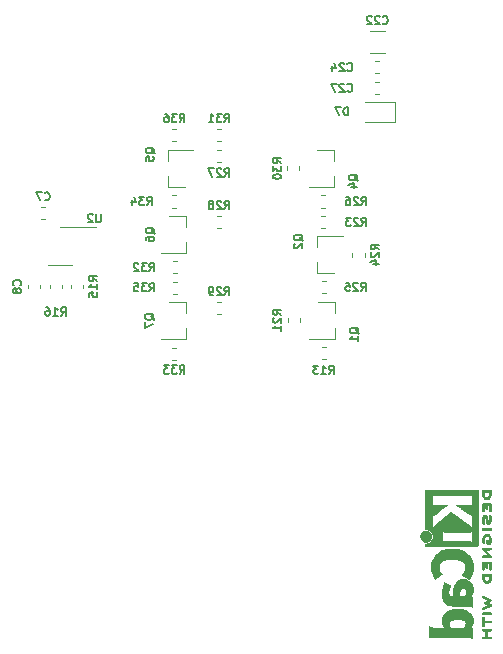
<source format=gbo>
%TF.GenerationSoftware,KiCad,Pcbnew,(5.1.6)-1*%
%TF.CreationDate,2021-03-31T15:54:52+07:00*%
%TF.ProjectId,EM_Drone_SUBFLIGHT,454d5f44-726f-46e6-955f-535542464c49,rev?*%
%TF.SameCoordinates,PX7997ee0PY7f50c60*%
%TF.FileFunction,Legend,Bot*%
%TF.FilePolarity,Positive*%
%FSLAX46Y46*%
G04 Gerber Fmt 4.6, Leading zero omitted, Abs format (unit mm)*
G04 Created by KiCad (PCBNEW (5.1.6)-1) date 2021-03-31 15:54:52*
%MOMM*%
%LPD*%
G01*
G04 APERTURE LIST*
%ADD10C,0.010000*%
%ADD11C,0.120000*%
%ADD12C,0.150000*%
G04 APERTURE END LIST*
D10*
%TO.C,REF\u002A\u002A*%
G36*
X50339054Y12496400D02*
G01*
X50452993Y12485535D01*
X50560616Y12453918D01*
X50659615Y12403015D01*
X50747684Y12334293D01*
X50822516Y12249219D01*
X50880384Y12152232D01*
X50920005Y12045964D01*
X50938573Y11938950D01*
X50937434Y11833300D01*
X50917930Y11731125D01*
X50881406Y11634534D01*
X50829205Y11545638D01*
X50762673Y11466546D01*
X50683152Y11399369D01*
X50591987Y11346217D01*
X50490523Y11309199D01*
X50380102Y11290427D01*
X50330206Y11288489D01*
X50242267Y11288489D01*
X50242267Y11236560D01*
X50245111Y11200253D01*
X50256911Y11173355D01*
X50280649Y11146249D01*
X50319031Y11107867D01*
X52510602Y11107867D01*
X52772739Y11107876D01*
X53013241Y11107908D01*
X53233048Y11107972D01*
X53433101Y11108076D01*
X53614344Y11108227D01*
X53777716Y11108434D01*
X53924160Y11108706D01*
X54054617Y11109050D01*
X54170029Y11109474D01*
X54271338Y11109987D01*
X54359484Y11110597D01*
X54435410Y11111312D01*
X54500057Y11112140D01*
X54554367Y11113089D01*
X54599280Y11114167D01*
X54635740Y11115383D01*
X54664687Y11116745D01*
X54687063Y11118261D01*
X54703809Y11119938D01*
X54715868Y11121786D01*
X54724180Y11123813D01*
X54729687Y11126025D01*
X54731537Y11127108D01*
X54738549Y11131271D01*
X54744996Y11134805D01*
X54750900Y11138635D01*
X54756286Y11143682D01*
X54761178Y11150871D01*
X54765598Y11161123D01*
X54769572Y11175364D01*
X54773121Y11194514D01*
X54776270Y11219499D01*
X54779042Y11251240D01*
X54781461Y11290662D01*
X54783551Y11338686D01*
X54785335Y11396237D01*
X54786837Y11464237D01*
X54788080Y11543610D01*
X54789089Y11635279D01*
X54789885Y11740166D01*
X54790494Y11859196D01*
X54790939Y11993290D01*
X54791243Y12143373D01*
X54791430Y12310367D01*
X54791524Y12495196D01*
X54791548Y12698783D01*
X54791525Y12922050D01*
X54791480Y13165922D01*
X54791437Y13431321D01*
X54791432Y13469704D01*
X54791389Y13736682D01*
X54791318Y13982002D01*
X54791213Y14206583D01*
X54791066Y14411345D01*
X54790869Y14597206D01*
X54790616Y14765088D01*
X54790300Y14915908D01*
X54789913Y15050587D01*
X54789447Y15170044D01*
X54788897Y15275199D01*
X54788253Y15366971D01*
X54787511Y15446279D01*
X54786661Y15514043D01*
X54785697Y15571182D01*
X54784611Y15618617D01*
X54783397Y15657266D01*
X54782047Y15688049D01*
X54780555Y15711885D01*
X54778911Y15729694D01*
X54777111Y15742395D01*
X54775145Y15750908D01*
X54773477Y15755266D01*
X54769906Y15763728D01*
X54767270Y15771497D01*
X54764634Y15778602D01*
X54761062Y15785073D01*
X54755621Y15790939D01*
X54747375Y15796229D01*
X54735390Y15800974D01*
X54718731Y15805202D01*
X54696463Y15808943D01*
X54667652Y15812227D01*
X54631363Y15815083D01*
X54586661Y15817540D01*
X54532611Y15819629D01*
X54468279Y15821378D01*
X54392730Y15822817D01*
X54305030Y15823976D01*
X54204243Y15824883D01*
X54089434Y15825569D01*
X53959670Y15826063D01*
X53814015Y15826395D01*
X53651535Y15826593D01*
X53471295Y15826687D01*
X53272360Y15826708D01*
X53053796Y15826685D01*
X52814668Y15826646D01*
X52554040Y15826622D01*
X52511889Y15826622D01*
X52248992Y15826636D01*
X52007732Y15826661D01*
X51787165Y15826671D01*
X51586352Y15826642D01*
X51404349Y15826548D01*
X51240216Y15826362D01*
X51093011Y15826059D01*
X50961792Y15825614D01*
X50851867Y15825034D01*
X50851867Y15522197D01*
X50909711Y15482407D01*
X50925479Y15471236D01*
X50939441Y15461166D01*
X50952784Y15452138D01*
X50966693Y15444097D01*
X50982356Y15436986D01*
X51000958Y15430747D01*
X51023686Y15425325D01*
X51051727Y15420662D01*
X51086267Y15416701D01*
X51128492Y15413385D01*
X51179589Y15410659D01*
X51240744Y15408464D01*
X51313144Y15406745D01*
X51397975Y15405444D01*
X51496422Y15404505D01*
X51609674Y15403870D01*
X51738916Y15403484D01*
X51885334Y15403288D01*
X52050116Y15403227D01*
X52234447Y15403243D01*
X52439513Y15403280D01*
X52562133Y15403289D01*
X52779082Y15403265D01*
X52974642Y15403231D01*
X53149999Y15403243D01*
X53306341Y15403358D01*
X53444857Y15403630D01*
X53566734Y15404118D01*
X53673160Y15404876D01*
X53765322Y15405962D01*
X53844409Y15407431D01*
X53911608Y15409340D01*
X53968107Y15411744D01*
X54015093Y15414701D01*
X54053755Y15418266D01*
X54085280Y15422495D01*
X54110855Y15427446D01*
X54131670Y15433173D01*
X54148911Y15439733D01*
X54163765Y15447183D01*
X54177422Y15455579D01*
X54191069Y15464976D01*
X54205893Y15475432D01*
X54214783Y15481523D01*
X54272400Y15520296D01*
X54272400Y14988732D01*
X54272365Y14865483D01*
X54272215Y14762987D01*
X54271878Y14679420D01*
X54271286Y14612956D01*
X54270367Y14561771D01*
X54269051Y14524041D01*
X54267269Y14497940D01*
X54264951Y14481644D01*
X54262026Y14473328D01*
X54258424Y14471168D01*
X54254075Y14473339D01*
X54252645Y14474535D01*
X54215573Y14499685D01*
X54162772Y14525583D01*
X54100770Y14549192D01*
X54074357Y14557461D01*
X54056416Y14562078D01*
X54035355Y14565979D01*
X54009089Y14569248D01*
X53975532Y14571966D01*
X53932599Y14574215D01*
X53878204Y14576077D01*
X53810262Y14577636D01*
X53726688Y14578972D01*
X53625395Y14580169D01*
X53504300Y14581308D01*
X53459600Y14581685D01*
X53334449Y14582702D01*
X53230082Y14583460D01*
X53144707Y14583903D01*
X53076533Y14583970D01*
X53023765Y14583605D01*
X52984614Y14582748D01*
X52957285Y14581341D01*
X52939986Y14579325D01*
X52930926Y14576643D01*
X52928312Y14573236D01*
X52930351Y14569044D01*
X52934667Y14564571D01*
X52947602Y14554216D01*
X52976676Y14532158D01*
X53019759Y14499957D01*
X53074718Y14459174D01*
X53139423Y14411370D01*
X53211742Y14358105D01*
X53289544Y14300940D01*
X53370698Y14241437D01*
X53453072Y14181155D01*
X53534536Y14121655D01*
X53612957Y14064498D01*
X53686204Y14011245D01*
X53752147Y13963457D01*
X53808654Y13922693D01*
X53853593Y13890516D01*
X53884834Y13868485D01*
X53891466Y13863917D01*
X53928369Y13840996D01*
X53976359Y13814188D01*
X54025897Y13788789D01*
X54032577Y13785568D01*
X54080772Y13763890D01*
X54118334Y13751304D01*
X54154160Y13745574D01*
X54196200Y13744456D01*
X54272400Y13745090D01*
X54272400Y12590651D01*
X54178669Y12681815D01*
X54128775Y12728612D01*
X54072295Y12778899D01*
X54018026Y12824944D01*
X53992673Y12845369D01*
X53953128Y12875807D01*
X53899916Y12915862D01*
X53834667Y12964361D01*
X53759011Y13020135D01*
X53674577Y13082011D01*
X53582994Y13148819D01*
X53485892Y13219387D01*
X53384901Y13292545D01*
X53281650Y13367121D01*
X53177768Y13441944D01*
X53074885Y13515843D01*
X52974631Y13587646D01*
X52878636Y13656184D01*
X52788527Y13720284D01*
X52705936Y13778775D01*
X52632492Y13830486D01*
X52569824Y13874247D01*
X52519561Y13908885D01*
X52483334Y13933230D01*
X52462771Y13946111D01*
X52458668Y13947869D01*
X52447342Y13939910D01*
X52420162Y13919115D01*
X52378829Y13886847D01*
X52325044Y13844470D01*
X52260506Y13793347D01*
X52186918Y13734841D01*
X52105978Y13670314D01*
X52019388Y13601131D01*
X51928848Y13528653D01*
X51836060Y13454246D01*
X51761702Y13394517D01*
X51761702Y12383511D01*
X51774659Y12377602D01*
X51796908Y12363272D01*
X51798391Y12362225D01*
X51828544Y12343438D01*
X51865375Y12323791D01*
X51873511Y12319892D01*
X51881940Y12316356D01*
X51892059Y12313230D01*
X51905260Y12310486D01*
X51922938Y12308092D01*
X51946484Y12306019D01*
X51977293Y12304235D01*
X52016757Y12302712D01*
X52066269Y12301419D01*
X52127223Y12300326D01*
X52201011Y12299403D01*
X52289028Y12298619D01*
X52392665Y12297945D01*
X52513316Y12297350D01*
X52652374Y12296805D01*
X52811232Y12296279D01*
X52990089Y12295745D01*
X53175207Y12295206D01*
X53339145Y12294772D01*
X53483303Y12294509D01*
X53609079Y12294484D01*
X53717871Y12294765D01*
X53811077Y12295419D01*
X53890097Y12296514D01*
X53956328Y12298118D01*
X54011170Y12300297D01*
X54056021Y12303119D01*
X54092278Y12306651D01*
X54121341Y12310961D01*
X54144609Y12316117D01*
X54163479Y12322185D01*
X54179351Y12329233D01*
X54193622Y12337329D01*
X54207691Y12346540D01*
X54220158Y12355040D01*
X54246452Y12372176D01*
X54264037Y12382322D01*
X54267257Y12383511D01*
X54268334Y12372604D01*
X54269335Y12341411D01*
X54270235Y12292223D01*
X54271010Y12227333D01*
X54271637Y12149030D01*
X54272091Y12059607D01*
X54272349Y11961356D01*
X54272400Y11892445D01*
X54272180Y11787452D01*
X54271548Y11690610D01*
X54270549Y11604107D01*
X54269227Y11530132D01*
X54267626Y11470874D01*
X54265791Y11428520D01*
X54263765Y11405260D01*
X54262493Y11401378D01*
X54247591Y11409076D01*
X54239560Y11417074D01*
X54222434Y11430246D01*
X54192183Y11447485D01*
X54167622Y11459407D01*
X54108711Y11486045D01*
X52931845Y11489120D01*
X51754978Y11492195D01*
X51754978Y11937853D01*
X51755142Y12035670D01*
X51755611Y12126064D01*
X51756347Y12206630D01*
X51757316Y12274962D01*
X51758480Y12328656D01*
X51759803Y12365305D01*
X51761249Y12382504D01*
X51761702Y12383511D01*
X51761702Y13394517D01*
X51742722Y13379270D01*
X51650537Y13305090D01*
X51561204Y13233069D01*
X51476424Y13164569D01*
X51397898Y13100955D01*
X51327326Y13043588D01*
X51266409Y12993833D01*
X51216847Y12953052D01*
X51196178Y12935888D01*
X51095516Y12849596D01*
X51012259Y12772997D01*
X50944438Y12704183D01*
X50890089Y12641248D01*
X50882722Y12631867D01*
X50852117Y12592356D01*
X50851867Y13724116D01*
X50899844Y13718827D01*
X50957188Y13722130D01*
X51025463Y13743661D01*
X51105212Y13783635D01*
X51177495Y13828943D01*
X51200140Y13845161D01*
X51237696Y13873214D01*
X51288021Y13911430D01*
X51348973Y13958137D01*
X51418411Y14011661D01*
X51494194Y14070331D01*
X51574180Y14132475D01*
X51656228Y14196421D01*
X51738196Y14260495D01*
X51817943Y14323027D01*
X51893327Y14382343D01*
X51962207Y14436771D01*
X52022442Y14484639D01*
X52071889Y14524275D01*
X52108408Y14554006D01*
X52129858Y14572161D01*
X52133156Y14575220D01*
X52125149Y14578079D01*
X52094855Y14580293D01*
X52042556Y14581857D01*
X51968531Y14582767D01*
X51873063Y14583020D01*
X51756434Y14582613D01*
X51636445Y14581704D01*
X51504333Y14580382D01*
X51392594Y14578857D01*
X51299025Y14576881D01*
X51221419Y14574206D01*
X51157574Y14570582D01*
X51105283Y14565761D01*
X51062344Y14559494D01*
X51026551Y14551532D01*
X50995700Y14541627D01*
X50967586Y14529531D01*
X50940005Y14514993D01*
X50914966Y14500311D01*
X50851867Y14462314D01*
X50851867Y15522197D01*
X50851867Y15825034D01*
X50845617Y15825001D01*
X50743544Y15824195D01*
X50654633Y15823170D01*
X50577941Y15821900D01*
X50512527Y15820360D01*
X50457449Y15818524D01*
X50411765Y15816367D01*
X50374534Y15813863D01*
X50344813Y15810987D01*
X50321662Y15807713D01*
X50304139Y15804015D01*
X50291301Y15799869D01*
X50282208Y15795247D01*
X50275918Y15790126D01*
X50271488Y15784478D01*
X50267978Y15778279D01*
X50264445Y15771504D01*
X50260876Y15765508D01*
X50258300Y15760275D01*
X50255972Y15752099D01*
X50253878Y15739886D01*
X50252007Y15722541D01*
X50250347Y15698969D01*
X50248884Y15668077D01*
X50247608Y15628768D01*
X50246504Y15579950D01*
X50245561Y15520527D01*
X50244767Y15449404D01*
X50244109Y15365488D01*
X50243575Y15267683D01*
X50243153Y15154894D01*
X50242829Y15026029D01*
X50242592Y14879991D01*
X50242430Y14715686D01*
X50242330Y14532020D01*
X50242280Y14327897D01*
X50242267Y14116753D01*
X50242267Y12496400D01*
X50339054Y12496400D01*
G37*
X50339054Y12496400D02*
X50452993Y12485535D01*
X50560616Y12453918D01*
X50659615Y12403015D01*
X50747684Y12334293D01*
X50822516Y12249219D01*
X50880384Y12152232D01*
X50920005Y12045964D01*
X50938573Y11938950D01*
X50937434Y11833300D01*
X50917930Y11731125D01*
X50881406Y11634534D01*
X50829205Y11545638D01*
X50762673Y11466546D01*
X50683152Y11399369D01*
X50591987Y11346217D01*
X50490523Y11309199D01*
X50380102Y11290427D01*
X50330206Y11288489D01*
X50242267Y11288489D01*
X50242267Y11236560D01*
X50245111Y11200253D01*
X50256911Y11173355D01*
X50280649Y11146249D01*
X50319031Y11107867D01*
X52510602Y11107867D01*
X52772739Y11107876D01*
X53013241Y11107908D01*
X53233048Y11107972D01*
X53433101Y11108076D01*
X53614344Y11108227D01*
X53777716Y11108434D01*
X53924160Y11108706D01*
X54054617Y11109050D01*
X54170029Y11109474D01*
X54271338Y11109987D01*
X54359484Y11110597D01*
X54435410Y11111312D01*
X54500057Y11112140D01*
X54554367Y11113089D01*
X54599280Y11114167D01*
X54635740Y11115383D01*
X54664687Y11116745D01*
X54687063Y11118261D01*
X54703809Y11119938D01*
X54715868Y11121786D01*
X54724180Y11123813D01*
X54729687Y11126025D01*
X54731537Y11127108D01*
X54738549Y11131271D01*
X54744996Y11134805D01*
X54750900Y11138635D01*
X54756286Y11143682D01*
X54761178Y11150871D01*
X54765598Y11161123D01*
X54769572Y11175364D01*
X54773121Y11194514D01*
X54776270Y11219499D01*
X54779042Y11251240D01*
X54781461Y11290662D01*
X54783551Y11338686D01*
X54785335Y11396237D01*
X54786837Y11464237D01*
X54788080Y11543610D01*
X54789089Y11635279D01*
X54789885Y11740166D01*
X54790494Y11859196D01*
X54790939Y11993290D01*
X54791243Y12143373D01*
X54791430Y12310367D01*
X54791524Y12495196D01*
X54791548Y12698783D01*
X54791525Y12922050D01*
X54791480Y13165922D01*
X54791437Y13431321D01*
X54791432Y13469704D01*
X54791389Y13736682D01*
X54791318Y13982002D01*
X54791213Y14206583D01*
X54791066Y14411345D01*
X54790869Y14597206D01*
X54790616Y14765088D01*
X54790300Y14915908D01*
X54789913Y15050587D01*
X54789447Y15170044D01*
X54788897Y15275199D01*
X54788253Y15366971D01*
X54787511Y15446279D01*
X54786661Y15514043D01*
X54785697Y15571182D01*
X54784611Y15618617D01*
X54783397Y15657266D01*
X54782047Y15688049D01*
X54780555Y15711885D01*
X54778911Y15729694D01*
X54777111Y15742395D01*
X54775145Y15750908D01*
X54773477Y15755266D01*
X54769906Y15763728D01*
X54767270Y15771497D01*
X54764634Y15778602D01*
X54761062Y15785073D01*
X54755621Y15790939D01*
X54747375Y15796229D01*
X54735390Y15800974D01*
X54718731Y15805202D01*
X54696463Y15808943D01*
X54667652Y15812227D01*
X54631363Y15815083D01*
X54586661Y15817540D01*
X54532611Y15819629D01*
X54468279Y15821378D01*
X54392730Y15822817D01*
X54305030Y15823976D01*
X54204243Y15824883D01*
X54089434Y15825569D01*
X53959670Y15826063D01*
X53814015Y15826395D01*
X53651535Y15826593D01*
X53471295Y15826687D01*
X53272360Y15826708D01*
X53053796Y15826685D01*
X52814668Y15826646D01*
X52554040Y15826622D01*
X52511889Y15826622D01*
X52248992Y15826636D01*
X52007732Y15826661D01*
X51787165Y15826671D01*
X51586352Y15826642D01*
X51404349Y15826548D01*
X51240216Y15826362D01*
X51093011Y15826059D01*
X50961792Y15825614D01*
X50851867Y15825034D01*
X50851867Y15522197D01*
X50909711Y15482407D01*
X50925479Y15471236D01*
X50939441Y15461166D01*
X50952784Y15452138D01*
X50966693Y15444097D01*
X50982356Y15436986D01*
X51000958Y15430747D01*
X51023686Y15425325D01*
X51051727Y15420662D01*
X51086267Y15416701D01*
X51128492Y15413385D01*
X51179589Y15410659D01*
X51240744Y15408464D01*
X51313144Y15406745D01*
X51397975Y15405444D01*
X51496422Y15404505D01*
X51609674Y15403870D01*
X51738916Y15403484D01*
X51885334Y15403288D01*
X52050116Y15403227D01*
X52234447Y15403243D01*
X52439513Y15403280D01*
X52562133Y15403289D01*
X52779082Y15403265D01*
X52974642Y15403231D01*
X53149999Y15403243D01*
X53306341Y15403358D01*
X53444857Y15403630D01*
X53566734Y15404118D01*
X53673160Y15404876D01*
X53765322Y15405962D01*
X53844409Y15407431D01*
X53911608Y15409340D01*
X53968107Y15411744D01*
X54015093Y15414701D01*
X54053755Y15418266D01*
X54085280Y15422495D01*
X54110855Y15427446D01*
X54131670Y15433173D01*
X54148911Y15439733D01*
X54163765Y15447183D01*
X54177422Y15455579D01*
X54191069Y15464976D01*
X54205893Y15475432D01*
X54214783Y15481523D01*
X54272400Y15520296D01*
X54272400Y14988732D01*
X54272365Y14865483D01*
X54272215Y14762987D01*
X54271878Y14679420D01*
X54271286Y14612956D01*
X54270367Y14561771D01*
X54269051Y14524041D01*
X54267269Y14497940D01*
X54264951Y14481644D01*
X54262026Y14473328D01*
X54258424Y14471168D01*
X54254075Y14473339D01*
X54252645Y14474535D01*
X54215573Y14499685D01*
X54162772Y14525583D01*
X54100770Y14549192D01*
X54074357Y14557461D01*
X54056416Y14562078D01*
X54035355Y14565979D01*
X54009089Y14569248D01*
X53975532Y14571966D01*
X53932599Y14574215D01*
X53878204Y14576077D01*
X53810262Y14577636D01*
X53726688Y14578972D01*
X53625395Y14580169D01*
X53504300Y14581308D01*
X53459600Y14581685D01*
X53334449Y14582702D01*
X53230082Y14583460D01*
X53144707Y14583903D01*
X53076533Y14583970D01*
X53023765Y14583605D01*
X52984614Y14582748D01*
X52957285Y14581341D01*
X52939986Y14579325D01*
X52930926Y14576643D01*
X52928312Y14573236D01*
X52930351Y14569044D01*
X52934667Y14564571D01*
X52947602Y14554216D01*
X52976676Y14532158D01*
X53019759Y14499957D01*
X53074718Y14459174D01*
X53139423Y14411370D01*
X53211742Y14358105D01*
X53289544Y14300940D01*
X53370698Y14241437D01*
X53453072Y14181155D01*
X53534536Y14121655D01*
X53612957Y14064498D01*
X53686204Y14011245D01*
X53752147Y13963457D01*
X53808654Y13922693D01*
X53853593Y13890516D01*
X53884834Y13868485D01*
X53891466Y13863917D01*
X53928369Y13840996D01*
X53976359Y13814188D01*
X54025897Y13788789D01*
X54032577Y13785568D01*
X54080772Y13763890D01*
X54118334Y13751304D01*
X54154160Y13745574D01*
X54196200Y13744456D01*
X54272400Y13745090D01*
X54272400Y12590651D01*
X54178669Y12681815D01*
X54128775Y12728612D01*
X54072295Y12778899D01*
X54018026Y12824944D01*
X53992673Y12845369D01*
X53953128Y12875807D01*
X53899916Y12915862D01*
X53834667Y12964361D01*
X53759011Y13020135D01*
X53674577Y13082011D01*
X53582994Y13148819D01*
X53485892Y13219387D01*
X53384901Y13292545D01*
X53281650Y13367121D01*
X53177768Y13441944D01*
X53074885Y13515843D01*
X52974631Y13587646D01*
X52878636Y13656184D01*
X52788527Y13720284D01*
X52705936Y13778775D01*
X52632492Y13830486D01*
X52569824Y13874247D01*
X52519561Y13908885D01*
X52483334Y13933230D01*
X52462771Y13946111D01*
X52458668Y13947869D01*
X52447342Y13939910D01*
X52420162Y13919115D01*
X52378829Y13886847D01*
X52325044Y13844470D01*
X52260506Y13793347D01*
X52186918Y13734841D01*
X52105978Y13670314D01*
X52019388Y13601131D01*
X51928848Y13528653D01*
X51836060Y13454246D01*
X51761702Y13394517D01*
X51761702Y12383511D01*
X51774659Y12377602D01*
X51796908Y12363272D01*
X51798391Y12362225D01*
X51828544Y12343438D01*
X51865375Y12323791D01*
X51873511Y12319892D01*
X51881940Y12316356D01*
X51892059Y12313230D01*
X51905260Y12310486D01*
X51922938Y12308092D01*
X51946484Y12306019D01*
X51977293Y12304235D01*
X52016757Y12302712D01*
X52066269Y12301419D01*
X52127223Y12300326D01*
X52201011Y12299403D01*
X52289028Y12298619D01*
X52392665Y12297945D01*
X52513316Y12297350D01*
X52652374Y12296805D01*
X52811232Y12296279D01*
X52990089Y12295745D01*
X53175207Y12295206D01*
X53339145Y12294772D01*
X53483303Y12294509D01*
X53609079Y12294484D01*
X53717871Y12294765D01*
X53811077Y12295419D01*
X53890097Y12296514D01*
X53956328Y12298118D01*
X54011170Y12300297D01*
X54056021Y12303119D01*
X54092278Y12306651D01*
X54121341Y12310961D01*
X54144609Y12316117D01*
X54163479Y12322185D01*
X54179351Y12329233D01*
X54193622Y12337329D01*
X54207691Y12346540D01*
X54220158Y12355040D01*
X54246452Y12372176D01*
X54264037Y12382322D01*
X54267257Y12383511D01*
X54268334Y12372604D01*
X54269335Y12341411D01*
X54270235Y12292223D01*
X54271010Y12227333D01*
X54271637Y12149030D01*
X54272091Y12059607D01*
X54272349Y11961356D01*
X54272400Y11892445D01*
X54272180Y11787452D01*
X54271548Y11690610D01*
X54270549Y11604107D01*
X54269227Y11530132D01*
X54267626Y11470874D01*
X54265791Y11428520D01*
X54263765Y11405260D01*
X54262493Y11401378D01*
X54247591Y11409076D01*
X54239560Y11417074D01*
X54222434Y11430246D01*
X54192183Y11447485D01*
X54167622Y11459407D01*
X54108711Y11486045D01*
X52931845Y11489120D01*
X51754978Y11492195D01*
X51754978Y11937853D01*
X51755142Y12035670D01*
X51755611Y12126064D01*
X51756347Y12206630D01*
X51757316Y12274962D01*
X51758480Y12328656D01*
X51759803Y12365305D01*
X51761249Y12382504D01*
X51761702Y12383511D01*
X51761702Y13394517D01*
X51742722Y13379270D01*
X51650537Y13305090D01*
X51561204Y13233069D01*
X51476424Y13164569D01*
X51397898Y13100955D01*
X51327326Y13043588D01*
X51266409Y12993833D01*
X51216847Y12953052D01*
X51196178Y12935888D01*
X51095516Y12849596D01*
X51012259Y12772997D01*
X50944438Y12704183D01*
X50890089Y12641248D01*
X50882722Y12631867D01*
X50852117Y12592356D01*
X50851867Y13724116D01*
X50899844Y13718827D01*
X50957188Y13722130D01*
X51025463Y13743661D01*
X51105212Y13783635D01*
X51177495Y13828943D01*
X51200140Y13845161D01*
X51237696Y13873214D01*
X51288021Y13911430D01*
X51348973Y13958137D01*
X51418411Y14011661D01*
X51494194Y14070331D01*
X51574180Y14132475D01*
X51656228Y14196421D01*
X51738196Y14260495D01*
X51817943Y14323027D01*
X51893327Y14382343D01*
X51962207Y14436771D01*
X52022442Y14484639D01*
X52071889Y14524275D01*
X52108408Y14554006D01*
X52129858Y14572161D01*
X52133156Y14575220D01*
X52125149Y14578079D01*
X52094855Y14580293D01*
X52042556Y14581857D01*
X51968531Y14582767D01*
X51873063Y14583020D01*
X51756434Y14582613D01*
X51636445Y14581704D01*
X51504333Y14580382D01*
X51392594Y14578857D01*
X51299025Y14576881D01*
X51221419Y14574206D01*
X51157574Y14570582D01*
X51105283Y14565761D01*
X51062344Y14559494D01*
X51026551Y14551532D01*
X50995700Y14541627D01*
X50967586Y14529531D01*
X50940005Y14514993D01*
X50914966Y14500311D01*
X50851867Y14462314D01*
X50851867Y15522197D01*
X50851867Y15825034D01*
X50845617Y15825001D01*
X50743544Y15824195D01*
X50654633Y15823170D01*
X50577941Y15821900D01*
X50512527Y15820360D01*
X50457449Y15818524D01*
X50411765Y15816367D01*
X50374534Y15813863D01*
X50344813Y15810987D01*
X50321662Y15807713D01*
X50304139Y15804015D01*
X50291301Y15799869D01*
X50282208Y15795247D01*
X50275918Y15790126D01*
X50271488Y15784478D01*
X50267978Y15778279D01*
X50264445Y15771504D01*
X50260876Y15765508D01*
X50258300Y15760275D01*
X50255972Y15752099D01*
X50253878Y15739886D01*
X50252007Y15722541D01*
X50250347Y15698969D01*
X50248884Y15668077D01*
X50247608Y15628768D01*
X50246504Y15579950D01*
X50245561Y15520527D01*
X50244767Y15449404D01*
X50244109Y15365488D01*
X50243575Y15267683D01*
X50243153Y15154894D01*
X50242829Y15026029D01*
X50242592Y14879991D01*
X50242430Y14715686D01*
X50242330Y14532020D01*
X50242280Y14327897D01*
X50242267Y14116753D01*
X50242267Y12496400D01*
X50339054Y12496400D01*
G36*
X50799071Y9221571D02*
G01*
X50820245Y9061430D01*
X50860385Y8897490D01*
X50919889Y8727687D01*
X50999154Y8549957D01*
X51004699Y8538690D01*
X51032725Y8480995D01*
X51056802Y8429448D01*
X51075249Y8387809D01*
X51086386Y8359838D01*
X51088933Y8350267D01*
X51093941Y8331050D01*
X51098147Y8326439D01*
X51108580Y8331542D01*
X51134868Y8347582D01*
X51174257Y8372712D01*
X51223991Y8405086D01*
X51281315Y8442857D01*
X51343476Y8484178D01*
X51407718Y8527202D01*
X51471285Y8570083D01*
X51531425Y8610974D01*
X51585380Y8648029D01*
X51630397Y8679400D01*
X51663721Y8703241D01*
X51682597Y8717706D01*
X51684787Y8719691D01*
X51680138Y8729809D01*
X51662962Y8752150D01*
X51636440Y8782720D01*
X51621964Y8798464D01*
X51546682Y8894953D01*
X51491241Y9001664D01*
X51456141Y9117168D01*
X51441880Y9240038D01*
X51443051Y9309439D01*
X51460212Y9430577D01*
X51496094Y9539795D01*
X51550959Y9637418D01*
X51625070Y9723772D01*
X51718688Y9799185D01*
X51832076Y9863982D01*
X51918667Y9901399D01*
X52054366Y9945252D01*
X52201850Y9977572D01*
X52357314Y9998443D01*
X52516956Y10007949D01*
X52676973Y10006173D01*
X52833561Y9993197D01*
X52982918Y9969106D01*
X53121240Y9933982D01*
X53244724Y9887908D01*
X53278978Y9871627D01*
X53393064Y9803380D01*
X53489557Y9722921D01*
X53567670Y9631430D01*
X53626617Y9530089D01*
X53665612Y9420080D01*
X53683868Y9302585D01*
X53685211Y9261117D01*
X53674290Y9139559D01*
X53641474Y9019122D01*
X53587439Y8901334D01*
X53512865Y8787723D01*
X53434539Y8696315D01*
X53390008Y8649785D01*
X53687271Y8468517D01*
X53761433Y8423420D01*
X53829646Y8382181D01*
X53889459Y8346265D01*
X53938420Y8317134D01*
X53974079Y8296250D01*
X53993984Y8285076D01*
X53997079Y8283625D01*
X54006718Y8291854D01*
X54023999Y8317433D01*
X54047283Y8357127D01*
X54074934Y8407703D01*
X54105315Y8465926D01*
X54136790Y8528563D01*
X54167722Y8592379D01*
X54196473Y8654140D01*
X54221408Y8710612D01*
X54240889Y8758562D01*
X54249318Y8782014D01*
X54287133Y8915779D01*
X54312136Y9053673D01*
X54325140Y9201378D01*
X54327468Y9328167D01*
X54326373Y9396122D01*
X54324275Y9461723D01*
X54321434Y9519153D01*
X54318106Y9562597D01*
X54316422Y9576702D01*
X54287587Y9715716D01*
X54242468Y9857243D01*
X54183750Y9994725D01*
X54114120Y10121606D01*
X54061441Y10199111D01*
X53953239Y10326519D01*
X53826671Y10444822D01*
X53684866Y10551828D01*
X53530951Y10645348D01*
X53368053Y10723190D01*
X53250756Y10767044D01*
X53067128Y10817292D01*
X52872581Y10850791D01*
X52671325Y10867551D01*
X52467568Y10867584D01*
X52265521Y10850899D01*
X52069392Y10817507D01*
X51883391Y10767420D01*
X51871803Y10763603D01*
X51709750Y10700719D01*
X51561832Y10623972D01*
X51423865Y10530758D01*
X51291661Y10418473D01*
X51246399Y10374608D01*
X51122457Y10238466D01*
X51019915Y10098509D01*
X50937656Y9952589D01*
X50874564Y9798558D01*
X50829523Y9634268D01*
X50812033Y9538711D01*
X50796466Y9379977D01*
X50799071Y9221571D01*
G37*
X50799071Y9221571D02*
X50820245Y9061430D01*
X50860385Y8897490D01*
X50919889Y8727687D01*
X50999154Y8549957D01*
X51004699Y8538690D01*
X51032725Y8480995D01*
X51056802Y8429448D01*
X51075249Y8387809D01*
X51086386Y8359838D01*
X51088933Y8350267D01*
X51093941Y8331050D01*
X51098147Y8326439D01*
X51108580Y8331542D01*
X51134868Y8347582D01*
X51174257Y8372712D01*
X51223991Y8405086D01*
X51281315Y8442857D01*
X51343476Y8484178D01*
X51407718Y8527202D01*
X51471285Y8570083D01*
X51531425Y8610974D01*
X51585380Y8648029D01*
X51630397Y8679400D01*
X51663721Y8703241D01*
X51682597Y8717706D01*
X51684787Y8719691D01*
X51680138Y8729809D01*
X51662962Y8752150D01*
X51636440Y8782720D01*
X51621964Y8798464D01*
X51546682Y8894953D01*
X51491241Y9001664D01*
X51456141Y9117168D01*
X51441880Y9240038D01*
X51443051Y9309439D01*
X51460212Y9430577D01*
X51496094Y9539795D01*
X51550959Y9637418D01*
X51625070Y9723772D01*
X51718688Y9799185D01*
X51832076Y9863982D01*
X51918667Y9901399D01*
X52054366Y9945252D01*
X52201850Y9977572D01*
X52357314Y9998443D01*
X52516956Y10007949D01*
X52676973Y10006173D01*
X52833561Y9993197D01*
X52982918Y9969106D01*
X53121240Y9933982D01*
X53244724Y9887908D01*
X53278978Y9871627D01*
X53393064Y9803380D01*
X53489557Y9722921D01*
X53567670Y9631430D01*
X53626617Y9530089D01*
X53665612Y9420080D01*
X53683868Y9302585D01*
X53685211Y9261117D01*
X53674290Y9139559D01*
X53641474Y9019122D01*
X53587439Y8901334D01*
X53512865Y8787723D01*
X53434539Y8696315D01*
X53390008Y8649785D01*
X53687271Y8468517D01*
X53761433Y8423420D01*
X53829646Y8382181D01*
X53889459Y8346265D01*
X53938420Y8317134D01*
X53974079Y8296250D01*
X53993984Y8285076D01*
X53997079Y8283625D01*
X54006718Y8291854D01*
X54023999Y8317433D01*
X54047283Y8357127D01*
X54074934Y8407703D01*
X54105315Y8465926D01*
X54136790Y8528563D01*
X54167722Y8592379D01*
X54196473Y8654140D01*
X54221408Y8710612D01*
X54240889Y8758562D01*
X54249318Y8782014D01*
X54287133Y8915779D01*
X54312136Y9053673D01*
X54325140Y9201378D01*
X54327468Y9328167D01*
X54326373Y9396122D01*
X54324275Y9461723D01*
X54321434Y9519153D01*
X54318106Y9562597D01*
X54316422Y9576702D01*
X54287587Y9715716D01*
X54242468Y9857243D01*
X54183750Y9994725D01*
X54114120Y10121606D01*
X54061441Y10199111D01*
X53953239Y10326519D01*
X53826671Y10444822D01*
X53684866Y10551828D01*
X53530951Y10645348D01*
X53368053Y10723190D01*
X53250756Y10767044D01*
X53067128Y10817292D01*
X52872581Y10850791D01*
X52671325Y10867551D01*
X52467568Y10867584D01*
X52265521Y10850899D01*
X52069392Y10817507D01*
X51883391Y10767420D01*
X51871803Y10763603D01*
X51709750Y10700719D01*
X51561832Y10623972D01*
X51423865Y10530758D01*
X51291661Y10418473D01*
X51246399Y10374608D01*
X51122457Y10238466D01*
X51019915Y10098509D01*
X50937656Y9952589D01*
X50874564Y9798558D01*
X50829523Y9634268D01*
X50812033Y9538711D01*
X50796466Y9379977D01*
X50799071Y9221571D01*
G36*
X51716552Y6876426D02*
G01*
X51736567Y6724508D01*
X51770202Y6589244D01*
X51817725Y6469761D01*
X51879405Y6365185D01*
X51942965Y6287576D01*
X52017099Y6218735D01*
X52096871Y6164994D01*
X52189091Y6122090D01*
X52232161Y6106616D01*
X52271142Y6093756D01*
X52307289Y6082554D01*
X52342434Y6072880D01*
X52378410Y6064604D01*
X52417050Y6057597D01*
X52460185Y6051728D01*
X52509649Y6046869D01*
X52567273Y6042890D01*
X52634891Y6039660D01*
X52714334Y6037051D01*
X52807436Y6034933D01*
X52916027Y6033176D01*
X53041942Y6031651D01*
X53187012Y6030228D01*
X53329778Y6028975D01*
X53485968Y6027649D01*
X53621239Y6026444D01*
X53737246Y6025234D01*
X53835645Y6023894D01*
X53918093Y6022300D01*
X53986246Y6020325D01*
X54041760Y6017844D01*
X54086292Y6014731D01*
X54121498Y6010862D01*
X54149034Y6006111D01*
X54170556Y6000352D01*
X54187722Y5993461D01*
X54202186Y5985311D01*
X54215606Y5975777D01*
X54229638Y5964734D01*
X54235071Y5960434D01*
X54257910Y5944614D01*
X54273463Y5937578D01*
X54273922Y5937556D01*
X54276121Y5948433D01*
X54278147Y5979418D01*
X54279942Y6028043D01*
X54281451Y6091837D01*
X54282616Y6168331D01*
X54283380Y6255056D01*
X54283686Y6349543D01*
X54283689Y6360450D01*
X54283689Y6783343D01*
X54187622Y6786605D01*
X54091556Y6789867D01*
X54142543Y6851956D01*
X54210057Y6949286D01*
X54264749Y7059187D01*
X54294978Y7145651D01*
X54309666Y7214722D01*
X54319659Y7298075D01*
X54324646Y7387841D01*
X54324313Y7476155D01*
X54318351Y7555149D01*
X54312638Y7591378D01*
X54274776Y7731397D01*
X54219932Y7857822D01*
X54148924Y7969740D01*
X54062568Y8066238D01*
X53961679Y8146400D01*
X53847076Y8209313D01*
X53720984Y8253688D01*
X53664401Y8266022D01*
X53602202Y8273632D01*
X53527363Y8277261D01*
X53493467Y8277755D01*
X53490282Y8277690D01*
X53490282Y7517752D01*
X53565333Y7508459D01*
X53629160Y7480272D01*
X53684798Y7431803D01*
X53689211Y7426746D01*
X53724037Y7378452D01*
X53746620Y7326743D01*
X53758540Y7266011D01*
X53761383Y7190648D01*
X53760978Y7172541D01*
X53758325Y7118722D01*
X53752909Y7078692D01*
X53742745Y7043676D01*
X53725850Y7004897D01*
X53720672Y6994255D01*
X53684844Y6933604D01*
X53642212Y6886785D01*
X53626973Y6874048D01*
X53570462Y6829378D01*
X53374586Y6829378D01*
X53295939Y6829914D01*
X53237988Y6831604D01*
X53198875Y6834572D01*
X53176741Y6838943D01*
X53170274Y6843028D01*
X53167111Y6858953D01*
X53164488Y6892736D01*
X53162655Y6939660D01*
X53161857Y6995007D01*
X53161842Y7003894D01*
X53167096Y7124670D01*
X53183263Y7227340D01*
X53210961Y7313894D01*
X53250808Y7386319D01*
X53297758Y7441249D01*
X53355645Y7485796D01*
X53418693Y7510520D01*
X53490282Y7517752D01*
X53490282Y8277690D01*
X53399712Y8275822D01*
X53320812Y8267478D01*
X53249590Y8251232D01*
X53178864Y8225595D01*
X53126493Y8201599D01*
X53031196Y8142980D01*
X52943170Y8064883D01*
X52864017Y7969685D01*
X52795340Y7859762D01*
X52738741Y7737490D01*
X52695821Y7605245D01*
X52680882Y7540578D01*
X52658777Y7404396D01*
X52644194Y7255951D01*
X52637813Y7104495D01*
X52639445Y6977936D01*
X52646224Y6816050D01*
X52587245Y6823470D01*
X52488092Y6842762D01*
X52407372Y6873896D01*
X52344466Y6917731D01*
X52298756Y6975129D01*
X52269622Y7046952D01*
X52256447Y7134059D01*
X52258611Y7237314D01*
X52262612Y7275289D01*
X52287780Y7416480D01*
X52328814Y7553293D01*
X52366815Y7647822D01*
X52386190Y7692982D01*
X52401760Y7731415D01*
X52411405Y7757766D01*
X52413452Y7765454D01*
X52404374Y7775198D01*
X52375405Y7791917D01*
X52326217Y7815768D01*
X52256484Y7846907D01*
X52165879Y7885493D01*
X52150089Y7892090D01*
X52077772Y7922147D01*
X52012425Y7949126D01*
X51956906Y7971864D01*
X51914072Y7989194D01*
X51886781Y7999952D01*
X51877942Y8003059D01*
X51873187Y7993060D01*
X51867910Y7966783D01*
X51864231Y7938511D01*
X51859474Y7908354D01*
X51850028Y7860567D01*
X51836820Y7799388D01*
X51820776Y7729054D01*
X51802820Y7653806D01*
X51795797Y7625245D01*
X51770209Y7520184D01*
X51750147Y7432520D01*
X51734969Y7357932D01*
X51724035Y7292097D01*
X51716704Y7230693D01*
X51712335Y7169398D01*
X51710287Y7103890D01*
X51709889Y7045872D01*
X51716552Y6876426D01*
G37*
X51716552Y6876426D02*
X51736567Y6724508D01*
X51770202Y6589244D01*
X51817725Y6469761D01*
X51879405Y6365185D01*
X51942965Y6287576D01*
X52017099Y6218735D01*
X52096871Y6164994D01*
X52189091Y6122090D01*
X52232161Y6106616D01*
X52271142Y6093756D01*
X52307289Y6082554D01*
X52342434Y6072880D01*
X52378410Y6064604D01*
X52417050Y6057597D01*
X52460185Y6051728D01*
X52509649Y6046869D01*
X52567273Y6042890D01*
X52634891Y6039660D01*
X52714334Y6037051D01*
X52807436Y6034933D01*
X52916027Y6033176D01*
X53041942Y6031651D01*
X53187012Y6030228D01*
X53329778Y6028975D01*
X53485968Y6027649D01*
X53621239Y6026444D01*
X53737246Y6025234D01*
X53835645Y6023894D01*
X53918093Y6022300D01*
X53986246Y6020325D01*
X54041760Y6017844D01*
X54086292Y6014731D01*
X54121498Y6010862D01*
X54149034Y6006111D01*
X54170556Y6000352D01*
X54187722Y5993461D01*
X54202186Y5985311D01*
X54215606Y5975777D01*
X54229638Y5964734D01*
X54235071Y5960434D01*
X54257910Y5944614D01*
X54273463Y5937578D01*
X54273922Y5937556D01*
X54276121Y5948433D01*
X54278147Y5979418D01*
X54279942Y6028043D01*
X54281451Y6091837D01*
X54282616Y6168331D01*
X54283380Y6255056D01*
X54283686Y6349543D01*
X54283689Y6360450D01*
X54283689Y6783343D01*
X54187622Y6786605D01*
X54091556Y6789867D01*
X54142543Y6851956D01*
X54210057Y6949286D01*
X54264749Y7059187D01*
X54294978Y7145651D01*
X54309666Y7214722D01*
X54319659Y7298075D01*
X54324646Y7387841D01*
X54324313Y7476155D01*
X54318351Y7555149D01*
X54312638Y7591378D01*
X54274776Y7731397D01*
X54219932Y7857822D01*
X54148924Y7969740D01*
X54062568Y8066238D01*
X53961679Y8146400D01*
X53847076Y8209313D01*
X53720984Y8253688D01*
X53664401Y8266022D01*
X53602202Y8273632D01*
X53527363Y8277261D01*
X53493467Y8277755D01*
X53490282Y8277690D01*
X53490282Y7517752D01*
X53565333Y7508459D01*
X53629160Y7480272D01*
X53684798Y7431803D01*
X53689211Y7426746D01*
X53724037Y7378452D01*
X53746620Y7326743D01*
X53758540Y7266011D01*
X53761383Y7190648D01*
X53760978Y7172541D01*
X53758325Y7118722D01*
X53752909Y7078692D01*
X53742745Y7043676D01*
X53725850Y7004897D01*
X53720672Y6994255D01*
X53684844Y6933604D01*
X53642212Y6886785D01*
X53626973Y6874048D01*
X53570462Y6829378D01*
X53374586Y6829378D01*
X53295939Y6829914D01*
X53237988Y6831604D01*
X53198875Y6834572D01*
X53176741Y6838943D01*
X53170274Y6843028D01*
X53167111Y6858953D01*
X53164488Y6892736D01*
X53162655Y6939660D01*
X53161857Y6995007D01*
X53161842Y7003894D01*
X53167096Y7124670D01*
X53183263Y7227340D01*
X53210961Y7313894D01*
X53250808Y7386319D01*
X53297758Y7441249D01*
X53355645Y7485796D01*
X53418693Y7510520D01*
X53490282Y7517752D01*
X53490282Y8277690D01*
X53399712Y8275822D01*
X53320812Y8267478D01*
X53249590Y8251232D01*
X53178864Y8225595D01*
X53126493Y8201599D01*
X53031196Y8142980D01*
X52943170Y8064883D01*
X52864017Y7969685D01*
X52795340Y7859762D01*
X52738741Y7737490D01*
X52695821Y7605245D01*
X52680882Y7540578D01*
X52658777Y7404396D01*
X52644194Y7255951D01*
X52637813Y7104495D01*
X52639445Y6977936D01*
X52646224Y6816050D01*
X52587245Y6823470D01*
X52488092Y6842762D01*
X52407372Y6873896D01*
X52344466Y6917731D01*
X52298756Y6975129D01*
X52269622Y7046952D01*
X52256447Y7134059D01*
X52258611Y7237314D01*
X52262612Y7275289D01*
X52287780Y7416480D01*
X52328814Y7553293D01*
X52366815Y7647822D01*
X52386190Y7692982D01*
X52401760Y7731415D01*
X52411405Y7757766D01*
X52413452Y7765454D01*
X52404374Y7775198D01*
X52375405Y7791917D01*
X52326217Y7815768D01*
X52256484Y7846907D01*
X52165879Y7885493D01*
X52150089Y7892090D01*
X52077772Y7922147D01*
X52012425Y7949126D01*
X51956906Y7971864D01*
X51914072Y7989194D01*
X51886781Y7999952D01*
X51877942Y8003059D01*
X51873187Y7993060D01*
X51867910Y7966783D01*
X51864231Y7938511D01*
X51859474Y7908354D01*
X51850028Y7860567D01*
X51836820Y7799388D01*
X51820776Y7729054D01*
X51802820Y7653806D01*
X51795797Y7625245D01*
X51770209Y7520184D01*
X51750147Y7432520D01*
X51734969Y7357932D01*
X51724035Y7292097D01*
X51716704Y7230693D01*
X51712335Y7169398D01*
X51710287Y7103890D01*
X51709889Y7045872D01*
X51716552Y6876426D01*
G36*
X52322245Y3363493D02*
G01*
X52556662Y3363474D01*
X52769603Y3363448D01*
X52962168Y3363375D01*
X53135459Y3363218D01*
X53290576Y3362936D01*
X53428620Y3362491D01*
X53550692Y3361844D01*
X53657894Y3360955D01*
X53751326Y3359787D01*
X53832090Y3358299D01*
X53901286Y3356454D01*
X53960015Y3354211D01*
X54009379Y3351531D01*
X54050478Y3348377D01*
X54084413Y3344708D01*
X54112286Y3340487D01*
X54135198Y3335673D01*
X54154249Y3330227D01*
X54170540Y3324112D01*
X54185173Y3317288D01*
X54199249Y3309715D01*
X54213868Y3301355D01*
X54222974Y3296161D01*
X54283689Y3261896D01*
X54283689Y4120045D01*
X54187733Y4120045D01*
X54144370Y4120776D01*
X54111205Y4122728D01*
X54093424Y4125537D01*
X54091778Y4126779D01*
X54098662Y4138201D01*
X54116505Y4160916D01*
X54135879Y4183615D01*
X54176614Y4238200D01*
X54217617Y4307679D01*
X54255123Y4384730D01*
X54285364Y4462035D01*
X54295012Y4492887D01*
X54309578Y4561384D01*
X54319539Y4644236D01*
X54324583Y4733629D01*
X54324396Y4821752D01*
X54318666Y4900793D01*
X54312858Y4938489D01*
X54274797Y5076586D01*
X54217073Y5203887D01*
X54140211Y5319708D01*
X54044739Y5423363D01*
X53931179Y5514167D01*
X53820381Y5580969D01*
X53703625Y5635836D01*
X53584276Y5677837D01*
X53458283Y5707833D01*
X53321594Y5726689D01*
X53170158Y5735268D01*
X53092711Y5735994D01*
X53035934Y5733900D01*
X53035934Y4904783D01*
X53129002Y4904576D01*
X53216692Y4901663D01*
X53293772Y4896000D01*
X53355009Y4887545D01*
X53367350Y4884962D01*
X53474633Y4853160D01*
X53561658Y4811502D01*
X53628642Y4759637D01*
X53675805Y4697219D01*
X53703365Y4623900D01*
X53711541Y4539331D01*
X53700551Y4443165D01*
X53684829Y4379689D01*
X53666639Y4330546D01*
X53640791Y4276417D01*
X53617089Y4235756D01*
X53570721Y4165200D01*
X52420530Y4165200D01*
X52376962Y4232608D01*
X52336040Y4311133D01*
X52309389Y4395319D01*
X52297465Y4480443D01*
X52300722Y4561784D01*
X52319615Y4634620D01*
X52335184Y4666574D01*
X52378181Y4724499D01*
X52434953Y4773456D01*
X52507575Y4814610D01*
X52598121Y4849126D01*
X52708666Y4878167D01*
X52714533Y4879448D01*
X52776788Y4889619D01*
X52854594Y4897261D01*
X52942720Y4902330D01*
X53035934Y4904783D01*
X53035934Y5733900D01*
X52879895Y5728143D01*
X52684059Y5706198D01*
X52505332Y5670214D01*
X52343845Y5620241D01*
X52199726Y5556332D01*
X52073106Y5478538D01*
X51964115Y5386911D01*
X51872883Y5281503D01*
X51841932Y5236338D01*
X51785785Y5135389D01*
X51746174Y5032099D01*
X51722014Y4922011D01*
X51712219Y4800670D01*
X51713265Y4708164D01*
X51724231Y4578510D01*
X51746046Y4465916D01*
X51779714Y4367125D01*
X51826236Y4278879D01*
X51860448Y4230014D01*
X51882362Y4200647D01*
X51897333Y4178957D01*
X51901733Y4170747D01*
X51890904Y4169132D01*
X51860251Y4167841D01*
X51812526Y4166862D01*
X51750479Y4166183D01*
X51676862Y4165790D01*
X51594427Y4165670D01*
X51505925Y4165812D01*
X51414107Y4166203D01*
X51321724Y4166829D01*
X51231528Y4167680D01*
X51146271Y4168740D01*
X51068703Y4169999D01*
X51001576Y4171444D01*
X50947641Y4173062D01*
X50909650Y4174839D01*
X50902667Y4175331D01*
X50832251Y4182908D01*
X50777102Y4194469D01*
X50729981Y4212208D01*
X50683647Y4238318D01*
X50674067Y4244585D01*
X50637378Y4269017D01*
X50637378Y3363689D01*
X52322245Y3363493D01*
G37*
X52322245Y3363493D02*
X52556662Y3363474D01*
X52769603Y3363448D01*
X52962168Y3363375D01*
X53135459Y3363218D01*
X53290576Y3362936D01*
X53428620Y3362491D01*
X53550692Y3361844D01*
X53657894Y3360955D01*
X53751326Y3359787D01*
X53832090Y3358299D01*
X53901286Y3356454D01*
X53960015Y3354211D01*
X54009379Y3351531D01*
X54050478Y3348377D01*
X54084413Y3344708D01*
X54112286Y3340487D01*
X54135198Y3335673D01*
X54154249Y3330227D01*
X54170540Y3324112D01*
X54185173Y3317288D01*
X54199249Y3309715D01*
X54213868Y3301355D01*
X54222974Y3296161D01*
X54283689Y3261896D01*
X54283689Y4120045D01*
X54187733Y4120045D01*
X54144370Y4120776D01*
X54111205Y4122728D01*
X54093424Y4125537D01*
X54091778Y4126779D01*
X54098662Y4138201D01*
X54116505Y4160916D01*
X54135879Y4183615D01*
X54176614Y4238200D01*
X54217617Y4307679D01*
X54255123Y4384730D01*
X54285364Y4462035D01*
X54295012Y4492887D01*
X54309578Y4561384D01*
X54319539Y4644236D01*
X54324583Y4733629D01*
X54324396Y4821752D01*
X54318666Y4900793D01*
X54312858Y4938489D01*
X54274797Y5076586D01*
X54217073Y5203887D01*
X54140211Y5319708D01*
X54044739Y5423363D01*
X53931179Y5514167D01*
X53820381Y5580969D01*
X53703625Y5635836D01*
X53584276Y5677837D01*
X53458283Y5707833D01*
X53321594Y5726689D01*
X53170158Y5735268D01*
X53092711Y5735994D01*
X53035934Y5733900D01*
X53035934Y4904783D01*
X53129002Y4904576D01*
X53216692Y4901663D01*
X53293772Y4896000D01*
X53355009Y4887545D01*
X53367350Y4884962D01*
X53474633Y4853160D01*
X53561658Y4811502D01*
X53628642Y4759637D01*
X53675805Y4697219D01*
X53703365Y4623900D01*
X53711541Y4539331D01*
X53700551Y4443165D01*
X53684829Y4379689D01*
X53666639Y4330546D01*
X53640791Y4276417D01*
X53617089Y4235756D01*
X53570721Y4165200D01*
X52420530Y4165200D01*
X52376962Y4232608D01*
X52336040Y4311133D01*
X52309389Y4395319D01*
X52297465Y4480443D01*
X52300722Y4561784D01*
X52319615Y4634620D01*
X52335184Y4666574D01*
X52378181Y4724499D01*
X52434953Y4773456D01*
X52507575Y4814610D01*
X52598121Y4849126D01*
X52708666Y4878167D01*
X52714533Y4879448D01*
X52776788Y4889619D01*
X52854594Y4897261D01*
X52942720Y4902330D01*
X53035934Y4904783D01*
X53035934Y5733900D01*
X52879895Y5728143D01*
X52684059Y5706198D01*
X52505332Y5670214D01*
X52343845Y5620241D01*
X52199726Y5556332D01*
X52073106Y5478538D01*
X51964115Y5386911D01*
X51872883Y5281503D01*
X51841932Y5236338D01*
X51785785Y5135389D01*
X51746174Y5032099D01*
X51722014Y4922011D01*
X51712219Y4800670D01*
X51713265Y4708164D01*
X51724231Y4578510D01*
X51746046Y4465916D01*
X51779714Y4367125D01*
X51826236Y4278879D01*
X51860448Y4230014D01*
X51882362Y4200647D01*
X51897333Y4178957D01*
X51901733Y4170747D01*
X51890904Y4169132D01*
X51860251Y4167841D01*
X51812526Y4166862D01*
X51750479Y4166183D01*
X51676862Y4165790D01*
X51594427Y4165670D01*
X51505925Y4165812D01*
X51414107Y4166203D01*
X51321724Y4166829D01*
X51231528Y4167680D01*
X51146271Y4168740D01*
X51068703Y4169999D01*
X51001576Y4171444D01*
X50947641Y4173062D01*
X50909650Y4174839D01*
X50902667Y4175331D01*
X50832251Y4182908D01*
X50777102Y4194469D01*
X50729981Y4212208D01*
X50683647Y4238318D01*
X50674067Y4244585D01*
X50637378Y4269017D01*
X50637378Y3363689D01*
X52322245Y3363493D01*
G36*
X49876571Y11823043D02*
G01*
X49900809Y11726768D01*
X49943641Y11640184D01*
X50003419Y11565373D01*
X50078494Y11504418D01*
X50167220Y11459399D01*
X50263530Y11433136D01*
X50360795Y11427286D01*
X50454654Y11442140D01*
X50542511Y11475840D01*
X50621770Y11526528D01*
X50689836Y11592345D01*
X50744112Y11671434D01*
X50782002Y11761934D01*
X50794426Y11813200D01*
X50801947Y11857698D01*
X50804919Y11891999D01*
X50803094Y11924960D01*
X50796225Y11965434D01*
X50789250Y11998531D01*
X50757741Y12091947D01*
X50706617Y12175619D01*
X50637429Y12247665D01*
X50551728Y12306200D01*
X50524489Y12320148D01*
X50488122Y12336586D01*
X50457582Y12346894D01*
X50425450Y12352460D01*
X50384307Y12354669D01*
X50338222Y12354948D01*
X50253865Y12350861D01*
X50184586Y12337446D01*
X50123961Y12312256D01*
X50065567Y12272846D01*
X50021302Y12234298D01*
X49955484Y12162406D01*
X49910053Y12087313D01*
X49882850Y12004562D01*
X49872576Y11926928D01*
X49876571Y11823043D01*
G37*
X49876571Y11823043D02*
X49900809Y11726768D01*
X49943641Y11640184D01*
X50003419Y11565373D01*
X50078494Y11504418D01*
X50167220Y11459399D01*
X50263530Y11433136D01*
X50360795Y11427286D01*
X50454654Y11442140D01*
X50542511Y11475840D01*
X50621770Y11526528D01*
X50689836Y11592345D01*
X50744112Y11671434D01*
X50782002Y11761934D01*
X50794426Y11813200D01*
X50801947Y11857698D01*
X50804919Y11891999D01*
X50803094Y11924960D01*
X50796225Y11965434D01*
X50789250Y11998531D01*
X50757741Y12091947D01*
X50706617Y12175619D01*
X50637429Y12247665D01*
X50551728Y12306200D01*
X50524489Y12320148D01*
X50488122Y12336586D01*
X50457582Y12346894D01*
X50425450Y12352460D01*
X50384307Y12354669D01*
X50338222Y12354948D01*
X50253865Y12350861D01*
X50184586Y12337446D01*
X50123961Y12312256D01*
X50065567Y12272846D01*
X50021302Y12234298D01*
X49955484Y12162406D01*
X49910053Y12087313D01*
X49882850Y12004562D01*
X49872576Y11926928D01*
X49876571Y11823043D01*
G36*
X55119066Y15671371D02*
G01*
X55119467Y15631889D01*
X55122259Y15516200D01*
X55130550Y15419311D01*
X55145232Y15337919D01*
X55167193Y15268723D01*
X55197322Y15208420D01*
X55236510Y15153708D01*
X55253532Y15134167D01*
X55293363Y15101750D01*
X55347413Y15072520D01*
X55407323Y15049991D01*
X55464739Y15037679D01*
X55485956Y15036400D01*
X55544769Y15044417D01*
X55609013Y15065899D01*
X55669821Y15096999D01*
X55718330Y15133866D01*
X55724182Y15139854D01*
X55765321Y15190579D01*
X55797435Y15246125D01*
X55821365Y15309696D01*
X55837953Y15384494D01*
X55848041Y15473722D01*
X55852469Y15580582D01*
X55852845Y15629528D01*
X55852545Y15691762D01*
X55851292Y15735528D01*
X55848554Y15764931D01*
X55843801Y15784079D01*
X55836501Y15797077D01*
X55830267Y15804045D01*
X55822694Y15810626D01*
X55812924Y15815788D01*
X55798340Y15819703D01*
X55776326Y15822543D01*
X55744264Y15824480D01*
X55699536Y15825684D01*
X55639526Y15826328D01*
X55561617Y15826583D01*
X55485956Y15826622D01*
X55385041Y15826870D01*
X55304427Y15826817D01*
X55265822Y15825857D01*
X55265822Y15679867D01*
X55706089Y15679867D01*
X55706004Y15586734D01*
X55704396Y15530693D01*
X55700256Y15471999D01*
X55694464Y15423028D01*
X55694226Y15421538D01*
X55675090Y15342392D01*
X55645287Y15281002D01*
X55602878Y15234305D01*
X55556961Y15204635D01*
X55506026Y15186353D01*
X55458200Y15187771D01*
X55406933Y15208988D01*
X55353899Y15250489D01*
X55314600Y15307998D01*
X55288331Y15382750D01*
X55279035Y15432708D01*
X55272507Y15489416D01*
X55267782Y15549519D01*
X55265817Y15600639D01*
X55265808Y15603667D01*
X55265822Y15679867D01*
X55265822Y15825857D01*
X55241851Y15825260D01*
X55195055Y15820998D01*
X55161778Y15812830D01*
X55139759Y15799556D01*
X55126739Y15779974D01*
X55120457Y15752883D01*
X55118653Y15717082D01*
X55119066Y15671371D01*
G37*
X55119066Y15671371D02*
X55119467Y15631889D01*
X55122259Y15516200D01*
X55130550Y15419311D01*
X55145232Y15337919D01*
X55167193Y15268723D01*
X55197322Y15208420D01*
X55236510Y15153708D01*
X55253532Y15134167D01*
X55293363Y15101750D01*
X55347413Y15072520D01*
X55407323Y15049991D01*
X55464739Y15037679D01*
X55485956Y15036400D01*
X55544769Y15044417D01*
X55609013Y15065899D01*
X55669821Y15096999D01*
X55718330Y15133866D01*
X55724182Y15139854D01*
X55765321Y15190579D01*
X55797435Y15246125D01*
X55821365Y15309696D01*
X55837953Y15384494D01*
X55848041Y15473722D01*
X55852469Y15580582D01*
X55852845Y15629528D01*
X55852545Y15691762D01*
X55851292Y15735528D01*
X55848554Y15764931D01*
X55843801Y15784079D01*
X55836501Y15797077D01*
X55830267Y15804045D01*
X55822694Y15810626D01*
X55812924Y15815788D01*
X55798340Y15819703D01*
X55776326Y15822543D01*
X55744264Y15824480D01*
X55699536Y15825684D01*
X55639526Y15826328D01*
X55561617Y15826583D01*
X55485956Y15826622D01*
X55385041Y15826870D01*
X55304427Y15826817D01*
X55265822Y15825857D01*
X55265822Y15679867D01*
X55706089Y15679867D01*
X55706004Y15586734D01*
X55704396Y15530693D01*
X55700256Y15471999D01*
X55694464Y15423028D01*
X55694226Y15421538D01*
X55675090Y15342392D01*
X55645287Y15281002D01*
X55602878Y15234305D01*
X55556961Y15204635D01*
X55506026Y15186353D01*
X55458200Y15187771D01*
X55406933Y15208988D01*
X55353899Y15250489D01*
X55314600Y15307998D01*
X55288331Y15382750D01*
X55279035Y15432708D01*
X55272507Y15489416D01*
X55267782Y15549519D01*
X55265817Y15600639D01*
X55265808Y15603667D01*
X55265822Y15679867D01*
X55265822Y15825857D01*
X55241851Y15825260D01*
X55195055Y15820998D01*
X55161778Y15812830D01*
X55139759Y15799556D01*
X55126739Y15779974D01*
X55120457Y15752883D01*
X55118653Y15717082D01*
X55119066Y15671371D01*
G36*
X55119146Y14262794D02*
G01*
X55119518Y14193386D01*
X55120385Y14140997D01*
X55121946Y14102847D01*
X55124403Y14076159D01*
X55127957Y14058153D01*
X55132810Y14046049D01*
X55139161Y14037069D01*
X55142084Y14033818D01*
X55173142Y14014043D01*
X55208828Y14010482D01*
X55240510Y14023491D01*
X55246913Y14029506D01*
X55253121Y14039235D01*
X55257910Y14054901D01*
X55261514Y14079408D01*
X55264164Y14115661D01*
X55266095Y14166565D01*
X55267539Y14235026D01*
X55268418Y14297617D01*
X55271467Y14545334D01*
X55336378Y14548719D01*
X55401289Y14552105D01*
X55401289Y14383958D01*
X55401919Y14310959D01*
X55404553Y14257517D01*
X55410309Y14220628D01*
X55420304Y14197288D01*
X55435656Y14184494D01*
X55457482Y14179242D01*
X55477738Y14178445D01*
X55502592Y14180923D01*
X55520906Y14190277D01*
X55533637Y14209383D01*
X55541741Y14241118D01*
X55546176Y14288359D01*
X55547899Y14353983D01*
X55548045Y14389801D01*
X55548045Y14550978D01*
X55706089Y14550978D01*
X55706089Y14302622D01*
X55706202Y14221213D01*
X55706712Y14159342D01*
X55707870Y14113968D01*
X55709930Y14082054D01*
X55713146Y14060559D01*
X55717772Y14046443D01*
X55724059Y14036668D01*
X55728667Y14031689D01*
X55755560Y14014610D01*
X55779467Y14009111D01*
X55808667Y14016963D01*
X55830267Y14031689D01*
X55837066Y14039546D01*
X55842346Y14049688D01*
X55846298Y14064844D01*
X55849113Y14087741D01*
X55850982Y14121109D01*
X55852098Y14167675D01*
X55852651Y14230167D01*
X55852833Y14311314D01*
X55852845Y14353422D01*
X55852765Y14443598D01*
X55852398Y14513924D01*
X55851552Y14567129D01*
X55850036Y14605940D01*
X55847659Y14633087D01*
X55844229Y14651298D01*
X55839554Y14663300D01*
X55833444Y14671822D01*
X55830267Y14675156D01*
X55822670Y14681755D01*
X55812870Y14686927D01*
X55798239Y14690846D01*
X55776152Y14693684D01*
X55743982Y14695615D01*
X55699103Y14696812D01*
X55638889Y14697448D01*
X55560713Y14697697D01*
X55487923Y14697734D01*
X55394707Y14697700D01*
X55321431Y14697465D01*
X55265458Y14696830D01*
X55224151Y14695594D01*
X55194872Y14693556D01*
X55174984Y14690517D01*
X55161850Y14686277D01*
X55152832Y14680635D01*
X55145293Y14673391D01*
X55143612Y14671606D01*
X55136172Y14662945D01*
X55130409Y14652882D01*
X55126112Y14638625D01*
X55123064Y14617383D01*
X55121051Y14586364D01*
X55119860Y14542777D01*
X55119275Y14483831D01*
X55119083Y14406734D01*
X55119067Y14352001D01*
X55119146Y14262794D01*
G37*
X55119146Y14262794D02*
X55119518Y14193386D01*
X55120385Y14140997D01*
X55121946Y14102847D01*
X55124403Y14076159D01*
X55127957Y14058153D01*
X55132810Y14046049D01*
X55139161Y14037069D01*
X55142084Y14033818D01*
X55173142Y14014043D01*
X55208828Y14010482D01*
X55240510Y14023491D01*
X55246913Y14029506D01*
X55253121Y14039235D01*
X55257910Y14054901D01*
X55261514Y14079408D01*
X55264164Y14115661D01*
X55266095Y14166565D01*
X55267539Y14235026D01*
X55268418Y14297617D01*
X55271467Y14545334D01*
X55336378Y14548719D01*
X55401289Y14552105D01*
X55401289Y14383958D01*
X55401919Y14310959D01*
X55404553Y14257517D01*
X55410309Y14220628D01*
X55420304Y14197288D01*
X55435656Y14184494D01*
X55457482Y14179242D01*
X55477738Y14178445D01*
X55502592Y14180923D01*
X55520906Y14190277D01*
X55533637Y14209383D01*
X55541741Y14241118D01*
X55546176Y14288359D01*
X55547899Y14353983D01*
X55548045Y14389801D01*
X55548045Y14550978D01*
X55706089Y14550978D01*
X55706089Y14302622D01*
X55706202Y14221213D01*
X55706712Y14159342D01*
X55707870Y14113968D01*
X55709930Y14082054D01*
X55713146Y14060559D01*
X55717772Y14046443D01*
X55724059Y14036668D01*
X55728667Y14031689D01*
X55755560Y14014610D01*
X55779467Y14009111D01*
X55808667Y14016963D01*
X55830267Y14031689D01*
X55837066Y14039546D01*
X55842346Y14049688D01*
X55846298Y14064844D01*
X55849113Y14087741D01*
X55850982Y14121109D01*
X55852098Y14167675D01*
X55852651Y14230167D01*
X55852833Y14311314D01*
X55852845Y14353422D01*
X55852765Y14443598D01*
X55852398Y14513924D01*
X55851552Y14567129D01*
X55850036Y14605940D01*
X55847659Y14633087D01*
X55844229Y14651298D01*
X55839554Y14663300D01*
X55833444Y14671822D01*
X55830267Y14675156D01*
X55822670Y14681755D01*
X55812870Y14686927D01*
X55798239Y14690846D01*
X55776152Y14693684D01*
X55743982Y14695615D01*
X55699103Y14696812D01*
X55638889Y14697448D01*
X55560713Y14697697D01*
X55487923Y14697734D01*
X55394707Y14697700D01*
X55321431Y14697465D01*
X55265458Y14696830D01*
X55224151Y14695594D01*
X55194872Y14693556D01*
X55174984Y14690517D01*
X55161850Y14686277D01*
X55152832Y14680635D01*
X55145293Y14673391D01*
X55143612Y14671606D01*
X55136172Y14662945D01*
X55130409Y14652882D01*
X55126112Y14638625D01*
X55123064Y14617383D01*
X55121051Y14586364D01*
X55119860Y14542777D01*
X55119275Y14483831D01*
X55119083Y14406734D01*
X55119067Y14352001D01*
X55119146Y14262794D01*
G36*
X55120351Y13241703D02*
G01*
X55125581Y13166888D01*
X55133750Y13097306D01*
X55144550Y13037002D01*
X55157673Y12990020D01*
X55172813Y12960406D01*
X55177269Y12955860D01*
X55211850Y12940054D01*
X55247351Y12944847D01*
X55277725Y12969364D01*
X55278596Y12970534D01*
X55287954Y12984954D01*
X55292876Y13000008D01*
X55293473Y13021005D01*
X55289861Y13053257D01*
X55282154Y13102073D01*
X55281505Y13106000D01*
X55272569Y13178739D01*
X55268161Y13257217D01*
X55268119Y13335927D01*
X55272279Y13409361D01*
X55280479Y13472011D01*
X55292557Y13518370D01*
X55293771Y13521416D01*
X55312615Y13555048D01*
X55331685Y13566864D01*
X55350439Y13557614D01*
X55368337Y13528047D01*
X55384837Y13478911D01*
X55399396Y13410957D01*
X55406406Y13365645D01*
X55419889Y13271456D01*
X55432214Y13196544D01*
X55444449Y13137717D01*
X55457661Y13091785D01*
X55472917Y13055555D01*
X55491285Y13025838D01*
X55513831Y12999442D01*
X55535971Y12978230D01*
X55566819Y12953065D01*
X55593345Y12940681D01*
X55626026Y12936808D01*
X55637995Y12936667D01*
X55677712Y12939576D01*
X55707259Y12951202D01*
X55733486Y12971323D01*
X55773576Y13012216D01*
X55804149Y13057817D01*
X55826203Y13111513D01*
X55840735Y13176692D01*
X55848741Y13256744D01*
X55851218Y13355057D01*
X55851177Y13371289D01*
X55849818Y13436849D01*
X55846730Y13501866D01*
X55842356Y13559252D01*
X55837140Y13601922D01*
X55836541Y13605372D01*
X55826491Y13647796D01*
X55813796Y13683780D01*
X55802190Y13704150D01*
X55771572Y13723107D01*
X55735918Y13724427D01*
X55704144Y13708085D01*
X55700551Y13704429D01*
X55689876Y13689315D01*
X55685276Y13670415D01*
X55686059Y13641162D01*
X55690127Y13605651D01*
X55693762Y13565970D01*
X55696828Y13510345D01*
X55699053Y13445406D01*
X55700164Y13377785D01*
X55700237Y13360000D01*
X55699964Y13292128D01*
X55698646Y13242454D01*
X55695827Y13206610D01*
X55691050Y13180224D01*
X55683857Y13158926D01*
X55677867Y13146126D01*
X55661233Y13118000D01*
X55646168Y13100068D01*
X55641897Y13097447D01*
X55624263Y13102976D01*
X55607192Y13129260D01*
X55591458Y13174478D01*
X55577838Y13236808D01*
X55574804Y13255171D01*
X55559738Y13351090D01*
X55547146Y13427641D01*
X55536111Y13487780D01*
X55525720Y13534460D01*
X55515056Y13570637D01*
X55503205Y13599265D01*
X55489251Y13623298D01*
X55472281Y13645692D01*
X55451378Y13669402D01*
X55444049Y13677380D01*
X55416699Y13705353D01*
X55395029Y13720160D01*
X55370232Y13725952D01*
X55338983Y13726889D01*
X55277705Y13716575D01*
X55225640Y13685752D01*
X55182958Y13634595D01*
X55149825Y13563283D01*
X55134964Y13512400D01*
X55125366Y13457100D01*
X55119936Y13390853D01*
X55118367Y13317706D01*
X55120351Y13241703D01*
G37*
X55120351Y13241703D02*
X55125581Y13166888D01*
X55133750Y13097306D01*
X55144550Y13037002D01*
X55157673Y12990020D01*
X55172813Y12960406D01*
X55177269Y12955860D01*
X55211850Y12940054D01*
X55247351Y12944847D01*
X55277725Y12969364D01*
X55278596Y12970534D01*
X55287954Y12984954D01*
X55292876Y13000008D01*
X55293473Y13021005D01*
X55289861Y13053257D01*
X55282154Y13102073D01*
X55281505Y13106000D01*
X55272569Y13178739D01*
X55268161Y13257217D01*
X55268119Y13335927D01*
X55272279Y13409361D01*
X55280479Y13472011D01*
X55292557Y13518370D01*
X55293771Y13521416D01*
X55312615Y13555048D01*
X55331685Y13566864D01*
X55350439Y13557614D01*
X55368337Y13528047D01*
X55384837Y13478911D01*
X55399396Y13410957D01*
X55406406Y13365645D01*
X55419889Y13271456D01*
X55432214Y13196544D01*
X55444449Y13137717D01*
X55457661Y13091785D01*
X55472917Y13055555D01*
X55491285Y13025838D01*
X55513831Y12999442D01*
X55535971Y12978230D01*
X55566819Y12953065D01*
X55593345Y12940681D01*
X55626026Y12936808D01*
X55637995Y12936667D01*
X55677712Y12939576D01*
X55707259Y12951202D01*
X55733486Y12971323D01*
X55773576Y13012216D01*
X55804149Y13057817D01*
X55826203Y13111513D01*
X55840735Y13176692D01*
X55848741Y13256744D01*
X55851218Y13355057D01*
X55851177Y13371289D01*
X55849818Y13436849D01*
X55846730Y13501866D01*
X55842356Y13559252D01*
X55837140Y13601922D01*
X55836541Y13605372D01*
X55826491Y13647796D01*
X55813796Y13683780D01*
X55802190Y13704150D01*
X55771572Y13723107D01*
X55735918Y13724427D01*
X55704144Y13708085D01*
X55700551Y13704429D01*
X55689876Y13689315D01*
X55685276Y13670415D01*
X55686059Y13641162D01*
X55690127Y13605651D01*
X55693762Y13565970D01*
X55696828Y13510345D01*
X55699053Y13445406D01*
X55700164Y13377785D01*
X55700237Y13360000D01*
X55699964Y13292128D01*
X55698646Y13242454D01*
X55695827Y13206610D01*
X55691050Y13180224D01*
X55683857Y13158926D01*
X55677867Y13146126D01*
X55661233Y13118000D01*
X55646168Y13100068D01*
X55641897Y13097447D01*
X55624263Y13102976D01*
X55607192Y13129260D01*
X55591458Y13174478D01*
X55577838Y13236808D01*
X55574804Y13255171D01*
X55559738Y13351090D01*
X55547146Y13427641D01*
X55536111Y13487780D01*
X55525720Y13534460D01*
X55515056Y13570637D01*
X55503205Y13599265D01*
X55489251Y13623298D01*
X55472281Y13645692D01*
X55451378Y13669402D01*
X55444049Y13677380D01*
X55416699Y13705353D01*
X55395029Y13720160D01*
X55370232Y13725952D01*
X55338983Y13726889D01*
X55277705Y13716575D01*
X55225640Y13685752D01*
X55182958Y13634595D01*
X55149825Y13563283D01*
X55134964Y13512400D01*
X55125366Y13457100D01*
X55119936Y13390853D01*
X55118367Y13317706D01*
X55120351Y13241703D01*
G36*
X55141645Y12473822D02*
G01*
X55149218Y12467242D01*
X55158987Y12462079D01*
X55173571Y12458164D01*
X55195585Y12455324D01*
X55227648Y12453387D01*
X55272375Y12452183D01*
X55332385Y12451539D01*
X55410294Y12451284D01*
X55485956Y12451245D01*
X55579802Y12451314D01*
X55653689Y12451638D01*
X55710232Y12452386D01*
X55752049Y12453732D01*
X55781757Y12455846D01*
X55801973Y12458900D01*
X55815314Y12463066D01*
X55824398Y12468516D01*
X55830267Y12473822D01*
X55849947Y12506826D01*
X55848181Y12541991D01*
X55826717Y12573455D01*
X55818337Y12580684D01*
X55808614Y12586334D01*
X55794861Y12590599D01*
X55774389Y12593673D01*
X55744512Y12595752D01*
X55702541Y12597030D01*
X55645789Y12597701D01*
X55571567Y12597959D01*
X55487537Y12598000D01*
X55174485Y12598000D01*
X55146776Y12570291D01*
X55123463Y12536137D01*
X55122623Y12503006D01*
X55141645Y12473822D01*
G37*
X55141645Y12473822D02*
X55149218Y12467242D01*
X55158987Y12462079D01*
X55173571Y12458164D01*
X55195585Y12455324D01*
X55227648Y12453387D01*
X55272375Y12452183D01*
X55332385Y12451539D01*
X55410294Y12451284D01*
X55485956Y12451245D01*
X55579802Y12451314D01*
X55653689Y12451638D01*
X55710232Y12452386D01*
X55752049Y12453732D01*
X55781757Y12455846D01*
X55801973Y12458900D01*
X55815314Y12463066D01*
X55824398Y12468516D01*
X55830267Y12473822D01*
X55849947Y12506826D01*
X55848181Y12541991D01*
X55826717Y12573455D01*
X55818337Y12580684D01*
X55808614Y12586334D01*
X55794861Y12590599D01*
X55774389Y12593673D01*
X55744512Y12595752D01*
X55702541Y12597030D01*
X55645789Y12597701D01*
X55571567Y12597959D01*
X55487537Y12598000D01*
X55174485Y12598000D01*
X55146776Y12570291D01*
X55123463Y12536137D01*
X55122623Y12503006D01*
X55141645Y12473822D01*
G36*
X55124599Y11500081D02*
G01*
X55136095Y11431565D01*
X55153967Y11378943D01*
X55177499Y11344708D01*
X55190924Y11335379D01*
X55222148Y11325893D01*
X55250395Y11332277D01*
X55277182Y11352430D01*
X55289713Y11383745D01*
X55288696Y11429183D01*
X55281906Y11464326D01*
X55268971Y11542419D01*
X55267742Y11622226D01*
X55278241Y11711555D01*
X55282690Y11736229D01*
X55306108Y11819291D01*
X55340945Y11884273D01*
X55386604Y11930461D01*
X55442494Y11957145D01*
X55471388Y11962663D01*
X55530012Y11959051D01*
X55581879Y11935729D01*
X55625978Y11894824D01*
X55661299Y11838459D01*
X55686829Y11768760D01*
X55701559Y11687852D01*
X55704478Y11597860D01*
X55694575Y11500910D01*
X55693641Y11495436D01*
X55686459Y11456875D01*
X55679521Y11435494D01*
X55669227Y11426227D01*
X55651976Y11424006D01*
X55642841Y11423956D01*
X55604489Y11423956D01*
X55604489Y11492431D01*
X55600347Y11552900D01*
X55587147Y11594165D01*
X55563730Y11618175D01*
X55528936Y11626877D01*
X55524394Y11626983D01*
X55494654Y11621892D01*
X55473419Y11604433D01*
X55459366Y11571939D01*
X55451173Y11521743D01*
X55448161Y11473123D01*
X55446433Y11402456D01*
X55449070Y11351198D01*
X55458800Y11316239D01*
X55478353Y11294470D01*
X55510456Y11282780D01*
X55557838Y11278060D01*
X55620071Y11277200D01*
X55689535Y11278609D01*
X55736786Y11282848D01*
X55762012Y11289936D01*
X55763988Y11291311D01*
X55795508Y11330228D01*
X55820470Y11387286D01*
X55838340Y11458869D01*
X55848586Y11541358D01*
X55850673Y11631139D01*
X55844068Y11724592D01*
X55835956Y11779556D01*
X55811554Y11865766D01*
X55771662Y11945892D01*
X55719887Y12012977D01*
X55709539Y12023173D01*
X55666035Y12056302D01*
X55612118Y12086194D01*
X55555592Y12109357D01*
X55504259Y12122298D01*
X55484544Y12123858D01*
X55443419Y12117218D01*
X55392252Y12099568D01*
X55338394Y12074297D01*
X55289195Y12044789D01*
X55256334Y12018719D01*
X55207452Y11957765D01*
X55168545Y11878969D01*
X55140494Y11785157D01*
X55124179Y11679150D01*
X55120192Y11582000D01*
X55124599Y11500081D01*
G37*
X55124599Y11500081D02*
X55136095Y11431565D01*
X55153967Y11378943D01*
X55177499Y11344708D01*
X55190924Y11335379D01*
X55222148Y11325893D01*
X55250395Y11332277D01*
X55277182Y11352430D01*
X55289713Y11383745D01*
X55288696Y11429183D01*
X55281906Y11464326D01*
X55268971Y11542419D01*
X55267742Y11622226D01*
X55278241Y11711555D01*
X55282690Y11736229D01*
X55306108Y11819291D01*
X55340945Y11884273D01*
X55386604Y11930461D01*
X55442494Y11957145D01*
X55471388Y11962663D01*
X55530012Y11959051D01*
X55581879Y11935729D01*
X55625978Y11894824D01*
X55661299Y11838459D01*
X55686829Y11768760D01*
X55701559Y11687852D01*
X55704478Y11597860D01*
X55694575Y11500910D01*
X55693641Y11495436D01*
X55686459Y11456875D01*
X55679521Y11435494D01*
X55669227Y11426227D01*
X55651976Y11424006D01*
X55642841Y11423956D01*
X55604489Y11423956D01*
X55604489Y11492431D01*
X55600347Y11552900D01*
X55587147Y11594165D01*
X55563730Y11618175D01*
X55528936Y11626877D01*
X55524394Y11626983D01*
X55494654Y11621892D01*
X55473419Y11604433D01*
X55459366Y11571939D01*
X55451173Y11521743D01*
X55448161Y11473123D01*
X55446433Y11402456D01*
X55449070Y11351198D01*
X55458800Y11316239D01*
X55478353Y11294470D01*
X55510456Y11282780D01*
X55557838Y11278060D01*
X55620071Y11277200D01*
X55689535Y11278609D01*
X55736786Y11282848D01*
X55762012Y11289936D01*
X55763988Y11291311D01*
X55795508Y11330228D01*
X55820470Y11387286D01*
X55838340Y11458869D01*
X55848586Y11541358D01*
X55850673Y11631139D01*
X55844068Y11724592D01*
X55835956Y11779556D01*
X55811554Y11865766D01*
X55771662Y11945892D01*
X55719887Y12012977D01*
X55709539Y12023173D01*
X55666035Y12056302D01*
X55612118Y12086194D01*
X55555592Y12109357D01*
X55504259Y12122298D01*
X55484544Y12123858D01*
X55443419Y12117218D01*
X55392252Y12099568D01*
X55338394Y12074297D01*
X55289195Y12044789D01*
X55256334Y12018719D01*
X55207452Y11957765D01*
X55168545Y11878969D01*
X55140494Y11785157D01*
X55124179Y11679150D01*
X55120192Y11582000D01*
X55124599Y11500081D01*
G36*
X55123448Y10850114D02*
G01*
X55137273Y10826548D01*
X55159881Y10795735D01*
X55192338Y10756078D01*
X55235708Y10705980D01*
X55291058Y10643843D01*
X55359451Y10568072D01*
X55438084Y10481334D01*
X55601878Y10300711D01*
X55382029Y10295067D01*
X55306351Y10293029D01*
X55249994Y10291063D01*
X55209706Y10288734D01*
X55182235Y10285606D01*
X55164329Y10281245D01*
X55152737Y10275216D01*
X55144208Y10267084D01*
X55140623Y10262772D01*
X55121670Y10228241D01*
X55124441Y10195383D01*
X55140633Y10169318D01*
X55162199Y10142667D01*
X55477151Y10139352D01*
X55569779Y10138435D01*
X55642544Y10137968D01*
X55698161Y10138113D01*
X55739342Y10139032D01*
X55768803Y10140887D01*
X55789255Y10143839D01*
X55803413Y10148050D01*
X55813991Y10153682D01*
X55822474Y10159927D01*
X55838207Y10173439D01*
X55848636Y10186883D01*
X55852639Y10202124D01*
X55849094Y10221026D01*
X55836879Y10245455D01*
X55814871Y10277273D01*
X55781949Y10318348D01*
X55736991Y10370542D01*
X55678875Y10435722D01*
X55612099Y10509556D01*
X55371458Y10774845D01*
X55590589Y10780489D01*
X55666128Y10782531D01*
X55722354Y10784502D01*
X55762524Y10786839D01*
X55789896Y10789981D01*
X55807728Y10794364D01*
X55819279Y10800424D01*
X55827807Y10808600D01*
X55831282Y10812784D01*
X55850372Y10849765D01*
X55847493Y10884708D01*
X55823100Y10915136D01*
X55813286Y10922097D01*
X55801826Y10927523D01*
X55785968Y10931603D01*
X55762963Y10934529D01*
X55730062Y10936492D01*
X55684516Y10937683D01*
X55623573Y10938292D01*
X55544486Y10938511D01*
X55485956Y10938534D01*
X55394407Y10938460D01*
X55322687Y10938113D01*
X55268045Y10937301D01*
X55227732Y10935833D01*
X55198998Y10933519D01*
X55179093Y10930167D01*
X55165268Y10925588D01*
X55154772Y10919589D01*
X55148811Y10915136D01*
X55134691Y10903850D01*
X55124029Y10893301D01*
X55117892Y10881893D01*
X55117343Y10868030D01*
X55123448Y10850114D01*
G37*
X55123448Y10850114D02*
X55137273Y10826548D01*
X55159881Y10795735D01*
X55192338Y10756078D01*
X55235708Y10705980D01*
X55291058Y10643843D01*
X55359451Y10568072D01*
X55438084Y10481334D01*
X55601878Y10300711D01*
X55382029Y10295067D01*
X55306351Y10293029D01*
X55249994Y10291063D01*
X55209706Y10288734D01*
X55182235Y10285606D01*
X55164329Y10281245D01*
X55152737Y10275216D01*
X55144208Y10267084D01*
X55140623Y10262772D01*
X55121670Y10228241D01*
X55124441Y10195383D01*
X55140633Y10169318D01*
X55162199Y10142667D01*
X55477151Y10139352D01*
X55569779Y10138435D01*
X55642544Y10137968D01*
X55698161Y10138113D01*
X55739342Y10139032D01*
X55768803Y10140887D01*
X55789255Y10143839D01*
X55803413Y10148050D01*
X55813991Y10153682D01*
X55822474Y10159927D01*
X55838207Y10173439D01*
X55848636Y10186883D01*
X55852639Y10202124D01*
X55849094Y10221026D01*
X55836879Y10245455D01*
X55814871Y10277273D01*
X55781949Y10318348D01*
X55736991Y10370542D01*
X55678875Y10435722D01*
X55612099Y10509556D01*
X55371458Y10774845D01*
X55590589Y10780489D01*
X55666128Y10782531D01*
X55722354Y10784502D01*
X55762524Y10786839D01*
X55789896Y10789981D01*
X55807728Y10794364D01*
X55819279Y10800424D01*
X55827807Y10808600D01*
X55831282Y10812784D01*
X55850372Y10849765D01*
X55847493Y10884708D01*
X55823100Y10915136D01*
X55813286Y10922097D01*
X55801826Y10927523D01*
X55785968Y10931603D01*
X55762963Y10934529D01*
X55730062Y10936492D01*
X55684516Y10937683D01*
X55623573Y10938292D01*
X55544486Y10938511D01*
X55485956Y10938534D01*
X55394407Y10938460D01*
X55322687Y10938113D01*
X55268045Y10937301D01*
X55227732Y10935833D01*
X55198998Y10933519D01*
X55179093Y10930167D01*
X55165268Y10925588D01*
X55154772Y10919589D01*
X55148811Y10915136D01*
X55134691Y10903850D01*
X55124029Y10893301D01*
X55117892Y10881893D01*
X55117343Y10868030D01*
X55123448Y10850114D01*
G36*
X55119260Y9319657D02*
G01*
X55120174Y9243299D01*
X55122311Y9184783D01*
X55126175Y9141745D01*
X55132267Y9111817D01*
X55141090Y9092632D01*
X55153146Y9081824D01*
X55168939Y9077027D01*
X55188970Y9075873D01*
X55191335Y9075867D01*
X55213992Y9076869D01*
X55231503Y9081604D01*
X55244574Y9092667D01*
X55253913Y9112652D01*
X55260227Y9144154D01*
X55264222Y9189768D01*
X55266606Y9252087D01*
X55268086Y9333707D01*
X55268414Y9358723D01*
X55271467Y9600800D01*
X55336378Y9604186D01*
X55401289Y9607571D01*
X55401289Y9439424D01*
X55401531Y9373734D01*
X55402556Y9326828D01*
X55404811Y9294917D01*
X55408742Y9274209D01*
X55414798Y9260916D01*
X55423424Y9251245D01*
X55423493Y9251183D01*
X55457112Y9233644D01*
X55493448Y9234278D01*
X55524423Y9252686D01*
X55527607Y9256329D01*
X55535812Y9269259D01*
X55541521Y9286976D01*
X55545162Y9313430D01*
X55547167Y9352568D01*
X55547964Y9408338D01*
X55548045Y9444006D01*
X55548045Y9606445D01*
X55706089Y9606445D01*
X55706089Y9359839D01*
X55706231Y9278420D01*
X55706814Y9216590D01*
X55708068Y9171363D01*
X55710227Y9139752D01*
X55713523Y9118769D01*
X55718189Y9105427D01*
X55724457Y9096739D01*
X55726733Y9094550D01*
X55758280Y9078386D01*
X55794168Y9077203D01*
X55825285Y9090464D01*
X55835271Y9100957D01*
X55840769Y9111871D01*
X55845022Y9128783D01*
X55848180Y9154367D01*
X55850392Y9191299D01*
X55851806Y9242254D01*
X55852572Y9309906D01*
X55852838Y9396931D01*
X55852845Y9416606D01*
X55852787Y9505089D01*
X55852467Y9573773D01*
X55851667Y9625436D01*
X55850167Y9662855D01*
X55847749Y9688810D01*
X55844194Y9706078D01*
X55839282Y9717438D01*
X55832795Y9725668D01*
X55828138Y9730183D01*
X55819889Y9736979D01*
X55809669Y9742288D01*
X55794800Y9746294D01*
X55772602Y9749179D01*
X55740393Y9751126D01*
X55695496Y9752319D01*
X55635228Y9752939D01*
X55556911Y9753171D01*
X55490994Y9753200D01*
X55398628Y9753129D01*
X55326117Y9752792D01*
X55270737Y9752002D01*
X55229765Y9750574D01*
X55200478Y9748321D01*
X55180153Y9745057D01*
X55166066Y9740596D01*
X55155495Y9734752D01*
X55148811Y9729803D01*
X55119067Y9706406D01*
X55119067Y9416226D01*
X55119260Y9319657D01*
G37*
X55119260Y9319657D02*
X55120174Y9243299D01*
X55122311Y9184783D01*
X55126175Y9141745D01*
X55132267Y9111817D01*
X55141090Y9092632D01*
X55153146Y9081824D01*
X55168939Y9077027D01*
X55188970Y9075873D01*
X55191335Y9075867D01*
X55213992Y9076869D01*
X55231503Y9081604D01*
X55244574Y9092667D01*
X55253913Y9112652D01*
X55260227Y9144154D01*
X55264222Y9189768D01*
X55266606Y9252087D01*
X55268086Y9333707D01*
X55268414Y9358723D01*
X55271467Y9600800D01*
X55336378Y9604186D01*
X55401289Y9607571D01*
X55401289Y9439424D01*
X55401531Y9373734D01*
X55402556Y9326828D01*
X55404811Y9294917D01*
X55408742Y9274209D01*
X55414798Y9260916D01*
X55423424Y9251245D01*
X55423493Y9251183D01*
X55457112Y9233644D01*
X55493448Y9234278D01*
X55524423Y9252686D01*
X55527607Y9256329D01*
X55535812Y9269259D01*
X55541521Y9286976D01*
X55545162Y9313430D01*
X55547167Y9352568D01*
X55547964Y9408338D01*
X55548045Y9444006D01*
X55548045Y9606445D01*
X55706089Y9606445D01*
X55706089Y9359839D01*
X55706231Y9278420D01*
X55706814Y9216590D01*
X55708068Y9171363D01*
X55710227Y9139752D01*
X55713523Y9118769D01*
X55718189Y9105427D01*
X55724457Y9096739D01*
X55726733Y9094550D01*
X55758280Y9078386D01*
X55794168Y9077203D01*
X55825285Y9090464D01*
X55835271Y9100957D01*
X55840769Y9111871D01*
X55845022Y9128783D01*
X55848180Y9154367D01*
X55850392Y9191299D01*
X55851806Y9242254D01*
X55852572Y9309906D01*
X55852838Y9396931D01*
X55852845Y9416606D01*
X55852787Y9505089D01*
X55852467Y9573773D01*
X55851667Y9625436D01*
X55850167Y9662855D01*
X55847749Y9688810D01*
X55844194Y9706078D01*
X55839282Y9717438D01*
X55832795Y9725668D01*
X55828138Y9730183D01*
X55819889Y9736979D01*
X55809669Y9742288D01*
X55794800Y9746294D01*
X55772602Y9749179D01*
X55740393Y9751126D01*
X55695496Y9752319D01*
X55635228Y9752939D01*
X55556911Y9753171D01*
X55490994Y9753200D01*
X55398628Y9753129D01*
X55326117Y9752792D01*
X55270737Y9752002D01*
X55229765Y9750574D01*
X55200478Y9748321D01*
X55180153Y9745057D01*
X55166066Y9740596D01*
X55155495Y9734752D01*
X55148811Y9729803D01*
X55119067Y9706406D01*
X55119067Y9416226D01*
X55119260Y9319657D01*
G36*
X55119275Y8531691D02*
G01*
X55123636Y8402712D01*
X55136861Y8293009D01*
X55159741Y8200774D01*
X55193070Y8124198D01*
X55237638Y8061473D01*
X55294236Y8010788D01*
X55363658Y7970337D01*
X55365351Y7969541D01*
X55427483Y7945399D01*
X55482509Y7936797D01*
X55537887Y7943769D01*
X55601073Y7966346D01*
X55610689Y7970628D01*
X55666966Y7999828D01*
X55710451Y8032644D01*
X55747417Y8074998D01*
X55784135Y8132810D01*
X55786052Y8136169D01*
X55810227Y8186496D01*
X55828282Y8243379D01*
X55840839Y8310473D01*
X55848522Y8391435D01*
X55851953Y8489918D01*
X55852251Y8524714D01*
X55852845Y8690406D01*
X55823100Y8713803D01*
X55813319Y8720743D01*
X55801897Y8726158D01*
X55786095Y8730235D01*
X55763175Y8733163D01*
X55730396Y8735133D01*
X55706089Y8735775D01*
X55706089Y8579156D01*
X55706089Y8485274D01*
X55704483Y8430336D01*
X55700255Y8373940D01*
X55694292Y8327655D01*
X55693790Y8324861D01*
X55671736Y8242652D01*
X55638600Y8178886D01*
X55592847Y8131548D01*
X55532939Y8098618D01*
X55517061Y8092892D01*
X55492333Y8087279D01*
X55467902Y8089709D01*
X55435400Y8101533D01*
X55419434Y8108660D01*
X55377006Y8132000D01*
X55347240Y8160120D01*
X55326511Y8191060D01*
X55299537Y8253034D01*
X55279998Y8332349D01*
X55268746Y8424747D01*
X55266270Y8491667D01*
X55265822Y8579156D01*
X55706089Y8579156D01*
X55706089Y8735775D01*
X55685021Y8736332D01*
X55624311Y8736950D01*
X55545526Y8737175D01*
X55483920Y8737200D01*
X55174485Y8737200D01*
X55146776Y8709491D01*
X55135544Y8697194D01*
X55127853Y8683897D01*
X55123040Y8665328D01*
X55120446Y8637214D01*
X55119410Y8595283D01*
X55119270Y8535263D01*
X55119275Y8531691D01*
G37*
X55119275Y8531691D02*
X55123636Y8402712D01*
X55136861Y8293009D01*
X55159741Y8200774D01*
X55193070Y8124198D01*
X55237638Y8061473D01*
X55294236Y8010788D01*
X55363658Y7970337D01*
X55365351Y7969541D01*
X55427483Y7945399D01*
X55482509Y7936797D01*
X55537887Y7943769D01*
X55601073Y7966346D01*
X55610689Y7970628D01*
X55666966Y7999828D01*
X55710451Y8032644D01*
X55747417Y8074998D01*
X55784135Y8132810D01*
X55786052Y8136169D01*
X55810227Y8186496D01*
X55828282Y8243379D01*
X55840839Y8310473D01*
X55848522Y8391435D01*
X55851953Y8489918D01*
X55852251Y8524714D01*
X55852845Y8690406D01*
X55823100Y8713803D01*
X55813319Y8720743D01*
X55801897Y8726158D01*
X55786095Y8730235D01*
X55763175Y8733163D01*
X55730396Y8735133D01*
X55706089Y8735775D01*
X55706089Y8579156D01*
X55706089Y8485274D01*
X55704483Y8430336D01*
X55700255Y8373940D01*
X55694292Y8327655D01*
X55693790Y8324861D01*
X55671736Y8242652D01*
X55638600Y8178886D01*
X55592847Y8131548D01*
X55532939Y8098618D01*
X55517061Y8092892D01*
X55492333Y8087279D01*
X55467902Y8089709D01*
X55435400Y8101533D01*
X55419434Y8108660D01*
X55377006Y8132000D01*
X55347240Y8160120D01*
X55326511Y8191060D01*
X55299537Y8253034D01*
X55279998Y8332349D01*
X55268746Y8424747D01*
X55266270Y8491667D01*
X55265822Y8579156D01*
X55706089Y8579156D01*
X55706089Y8735775D01*
X55685021Y8736332D01*
X55624311Y8736950D01*
X55545526Y8737175D01*
X55483920Y8737200D01*
X55174485Y8737200D01*
X55146776Y8709491D01*
X55135544Y8697194D01*
X55127853Y8683897D01*
X55123040Y8665328D01*
X55120446Y8637214D01*
X55119410Y8595283D01*
X55119270Y8535263D01*
X55119275Y8531691D01*
G36*
X55121034Y5805335D02*
G01*
X55128035Y5785745D01*
X55128377Y5784990D01*
X55148678Y5758387D01*
X55169561Y5743730D01*
X55179352Y5740862D01*
X55192361Y5741004D01*
X55210895Y5745039D01*
X55237257Y5753854D01*
X55273752Y5768331D01*
X55322687Y5789355D01*
X55386365Y5817812D01*
X55467093Y5854585D01*
X55511216Y5874825D01*
X55589985Y5911375D01*
X55662423Y5945685D01*
X55725880Y5976448D01*
X55777708Y6002352D01*
X55815259Y6022090D01*
X55835884Y6034350D01*
X55838733Y6036776D01*
X55851302Y6067817D01*
X55849619Y6102879D01*
X55834332Y6131000D01*
X55833089Y6132146D01*
X55816154Y6143332D01*
X55783170Y6162096D01*
X55738380Y6186125D01*
X55686032Y6213103D01*
X55666742Y6222799D01*
X55520150Y6295986D01*
X55679393Y6375760D01*
X55734415Y6404233D01*
X55782132Y6430650D01*
X55818893Y6452852D01*
X55841044Y6468681D01*
X55845741Y6474046D01*
X55852102Y6515743D01*
X55838733Y6550151D01*
X55824446Y6560272D01*
X55792692Y6577786D01*
X55746597Y6601265D01*
X55689285Y6629280D01*
X55623880Y6660401D01*
X55553507Y6693201D01*
X55481291Y6726250D01*
X55410355Y6758119D01*
X55343825Y6787381D01*
X55284826Y6812605D01*
X55236481Y6832364D01*
X55201915Y6845228D01*
X55184253Y6849769D01*
X55183613Y6849723D01*
X55161388Y6838674D01*
X55138753Y6816590D01*
X55137768Y6815290D01*
X55122425Y6788147D01*
X55122574Y6763042D01*
X55125466Y6753632D01*
X55131718Y6742166D01*
X55144014Y6729990D01*
X55164908Y6715643D01*
X55196949Y6697664D01*
X55242688Y6674593D01*
X55304677Y6644970D01*
X55361898Y6618255D01*
X55428226Y6587520D01*
X55487874Y6559979D01*
X55537725Y6537062D01*
X55574664Y6520202D01*
X55595573Y6510827D01*
X55598845Y6509460D01*
X55593497Y6503311D01*
X55571109Y6489178D01*
X55534946Y6468943D01*
X55488277Y6444485D01*
X55469022Y6434752D01*
X55404004Y6401783D01*
X55356654Y6376357D01*
X55324219Y6356388D01*
X55303946Y6339790D01*
X55293082Y6324476D01*
X55288875Y6308360D01*
X55288400Y6297857D01*
X55290042Y6279330D01*
X55296831Y6263096D01*
X55311566Y6246965D01*
X55337044Y6228749D01*
X55376061Y6206261D01*
X55431414Y6177311D01*
X55462903Y6161338D01*
X55513087Y6135430D01*
X55554704Y6112833D01*
X55584242Y6095542D01*
X55598189Y6085550D01*
X55598770Y6084191D01*
X55587793Y6077739D01*
X55559290Y6063292D01*
X55516244Y6042297D01*
X55461638Y6016203D01*
X55398454Y5986454D01*
X55367071Y5971820D01*
X55286078Y5933750D01*
X55223756Y5903095D01*
X55178071Y5878263D01*
X55146989Y5857663D01*
X55128478Y5839702D01*
X55120504Y5822790D01*
X55121034Y5805335D01*
G37*
X55121034Y5805335D02*
X55128035Y5785745D01*
X55128377Y5784990D01*
X55148678Y5758387D01*
X55169561Y5743730D01*
X55179352Y5740862D01*
X55192361Y5741004D01*
X55210895Y5745039D01*
X55237257Y5753854D01*
X55273752Y5768331D01*
X55322687Y5789355D01*
X55386365Y5817812D01*
X55467093Y5854585D01*
X55511216Y5874825D01*
X55589985Y5911375D01*
X55662423Y5945685D01*
X55725880Y5976448D01*
X55777708Y6002352D01*
X55815259Y6022090D01*
X55835884Y6034350D01*
X55838733Y6036776D01*
X55851302Y6067817D01*
X55849619Y6102879D01*
X55834332Y6131000D01*
X55833089Y6132146D01*
X55816154Y6143332D01*
X55783170Y6162096D01*
X55738380Y6186125D01*
X55686032Y6213103D01*
X55666742Y6222799D01*
X55520150Y6295986D01*
X55679393Y6375760D01*
X55734415Y6404233D01*
X55782132Y6430650D01*
X55818893Y6452852D01*
X55841044Y6468681D01*
X55845741Y6474046D01*
X55852102Y6515743D01*
X55838733Y6550151D01*
X55824446Y6560272D01*
X55792692Y6577786D01*
X55746597Y6601265D01*
X55689285Y6629280D01*
X55623880Y6660401D01*
X55553507Y6693201D01*
X55481291Y6726250D01*
X55410355Y6758119D01*
X55343825Y6787381D01*
X55284826Y6812605D01*
X55236481Y6832364D01*
X55201915Y6845228D01*
X55184253Y6849769D01*
X55183613Y6849723D01*
X55161388Y6838674D01*
X55138753Y6816590D01*
X55137768Y6815290D01*
X55122425Y6788147D01*
X55122574Y6763042D01*
X55125466Y6753632D01*
X55131718Y6742166D01*
X55144014Y6729990D01*
X55164908Y6715643D01*
X55196949Y6697664D01*
X55242688Y6674593D01*
X55304677Y6644970D01*
X55361898Y6618255D01*
X55428226Y6587520D01*
X55487874Y6559979D01*
X55537725Y6537062D01*
X55574664Y6520202D01*
X55595573Y6510827D01*
X55598845Y6509460D01*
X55593497Y6503311D01*
X55571109Y6489178D01*
X55534946Y6468943D01*
X55488277Y6444485D01*
X55469022Y6434752D01*
X55404004Y6401783D01*
X55356654Y6376357D01*
X55324219Y6356388D01*
X55303946Y6339790D01*
X55293082Y6324476D01*
X55288875Y6308360D01*
X55288400Y6297857D01*
X55290042Y6279330D01*
X55296831Y6263096D01*
X55311566Y6246965D01*
X55337044Y6228749D01*
X55376061Y6206261D01*
X55431414Y6177311D01*
X55462903Y6161338D01*
X55513087Y6135430D01*
X55554704Y6112833D01*
X55584242Y6095542D01*
X55598189Y6085550D01*
X55598770Y6084191D01*
X55587793Y6077739D01*
X55559290Y6063292D01*
X55516244Y6042297D01*
X55461638Y6016203D01*
X55398454Y5986454D01*
X55367071Y5971820D01*
X55286078Y5933750D01*
X55223756Y5903095D01*
X55178071Y5878263D01*
X55146989Y5857663D01*
X55128478Y5839702D01*
X55120504Y5822790D01*
X55121034Y5805335D01*
G36*
X55125877Y5361386D02*
G01*
X55140647Y5337673D01*
X55162227Y5311022D01*
X55483773Y5311022D01*
X55577830Y5311107D01*
X55651932Y5311471D01*
X55708704Y5312276D01*
X55750768Y5313687D01*
X55780748Y5315867D01*
X55801267Y5318979D01*
X55814949Y5323186D01*
X55824416Y5328652D01*
X55829082Y5332528D01*
X55849575Y5363966D01*
X55848739Y5399767D01*
X55831264Y5431127D01*
X55809684Y5457778D01*
X55162227Y5457778D01*
X55140647Y5431127D01*
X55124949Y5405406D01*
X55119067Y5384400D01*
X55125877Y5361386D01*
G37*
X55125877Y5361386D02*
X55140647Y5337673D01*
X55162227Y5311022D01*
X55483773Y5311022D01*
X55577830Y5311107D01*
X55651932Y5311471D01*
X55708704Y5312276D01*
X55750768Y5313687D01*
X55780748Y5315867D01*
X55801267Y5318979D01*
X55814949Y5323186D01*
X55824416Y5328652D01*
X55829082Y5332528D01*
X55849575Y5363966D01*
X55848739Y5399767D01*
X55831264Y5431127D01*
X55809684Y5457778D01*
X55162227Y5457778D01*
X55140647Y5431127D01*
X55124949Y5405406D01*
X55119067Y5384400D01*
X55125877Y5361386D01*
G36*
X55119163Y4586935D02*
G01*
X55119542Y4508228D01*
X55120333Y4447137D01*
X55121670Y4401183D01*
X55123683Y4367886D01*
X55126506Y4344764D01*
X55130269Y4329338D01*
X55135105Y4319129D01*
X55138822Y4314187D01*
X55171358Y4288543D01*
X55205138Y4285441D01*
X55235826Y4301289D01*
X55248089Y4311652D01*
X55256450Y4322804D01*
X55261657Y4338965D01*
X55264457Y4364358D01*
X55265596Y4403202D01*
X55265821Y4459720D01*
X55265822Y4470820D01*
X55265822Y4616756D01*
X55536756Y4616756D01*
X55622154Y4616852D01*
X55687864Y4617289D01*
X55736774Y4618288D01*
X55771773Y4620072D01*
X55795749Y4622863D01*
X55811593Y4626883D01*
X55822191Y4632355D01*
X55830267Y4639334D01*
X55850112Y4672266D01*
X55848548Y4706646D01*
X55825906Y4737824D01*
X55823100Y4740114D01*
X55812492Y4747571D01*
X55800081Y4753253D01*
X55782850Y4757399D01*
X55757784Y4760250D01*
X55721867Y4762046D01*
X55672083Y4763028D01*
X55605417Y4763436D01*
X55529589Y4763511D01*
X55265822Y4763511D01*
X55265822Y4902873D01*
X55265418Y4962678D01*
X55263840Y5004082D01*
X55260547Y5031252D01*
X55254992Y5048354D01*
X55246631Y5059557D01*
X55245178Y5060917D01*
X55211939Y5077275D01*
X55174362Y5075828D01*
X55141645Y5057022D01*
X55135298Y5049750D01*
X55130266Y5040373D01*
X55126396Y5026391D01*
X55123537Y5005304D01*
X55121535Y4974611D01*
X55120239Y4931811D01*
X55119498Y4874405D01*
X55119158Y4799890D01*
X55119068Y4705767D01*
X55119067Y4685740D01*
X55119163Y4586935D01*
G37*
X55119163Y4586935D02*
X55119542Y4508228D01*
X55120333Y4447137D01*
X55121670Y4401183D01*
X55123683Y4367886D01*
X55126506Y4344764D01*
X55130269Y4329338D01*
X55135105Y4319129D01*
X55138822Y4314187D01*
X55171358Y4288543D01*
X55205138Y4285441D01*
X55235826Y4301289D01*
X55248089Y4311652D01*
X55256450Y4322804D01*
X55261657Y4338965D01*
X55264457Y4364358D01*
X55265596Y4403202D01*
X55265821Y4459720D01*
X55265822Y4470820D01*
X55265822Y4616756D01*
X55536756Y4616756D01*
X55622154Y4616852D01*
X55687864Y4617289D01*
X55736774Y4618288D01*
X55771773Y4620072D01*
X55795749Y4622863D01*
X55811593Y4626883D01*
X55822191Y4632355D01*
X55830267Y4639334D01*
X55850112Y4672266D01*
X55848548Y4706646D01*
X55825906Y4737824D01*
X55823100Y4740114D01*
X55812492Y4747571D01*
X55800081Y4753253D01*
X55782850Y4757399D01*
X55757784Y4760250D01*
X55721867Y4762046D01*
X55672083Y4763028D01*
X55605417Y4763436D01*
X55529589Y4763511D01*
X55265822Y4763511D01*
X55265822Y4902873D01*
X55265418Y4962678D01*
X55263840Y5004082D01*
X55260547Y5031252D01*
X55254992Y5048354D01*
X55246631Y5059557D01*
X55245178Y5060917D01*
X55211939Y5077275D01*
X55174362Y5075828D01*
X55141645Y5057022D01*
X55135298Y5049750D01*
X55130266Y5040373D01*
X55126396Y5026391D01*
X55123537Y5005304D01*
X55121535Y4974611D01*
X55120239Y4931811D01*
X55119498Y4874405D01*
X55119158Y4799890D01*
X55119068Y4705767D01*
X55119067Y4685740D01*
X55119163Y4586935D01*
G36*
X55124533Y3321177D02*
G01*
X55146776Y3289798D01*
X55174485Y3262089D01*
X55483920Y3262089D01*
X55575799Y3262162D01*
X55647840Y3262505D01*
X55702780Y3263308D01*
X55743360Y3264759D01*
X55772317Y3267048D01*
X55792391Y3270364D01*
X55806321Y3274895D01*
X55816845Y3280831D01*
X55823100Y3285486D01*
X55847673Y3316217D01*
X55850341Y3351504D01*
X55835271Y3383755D01*
X55826374Y3394412D01*
X55814557Y3401536D01*
X55795526Y3405833D01*
X55764992Y3408009D01*
X55718662Y3408772D01*
X55682871Y3408845D01*
X55548045Y3408845D01*
X55548045Y3905556D01*
X55670700Y3905556D01*
X55726787Y3906069D01*
X55765333Y3908124D01*
X55791361Y3912492D01*
X55809897Y3919944D01*
X55823100Y3928953D01*
X55847604Y3959856D01*
X55850506Y3994804D01*
X55833089Y4028262D01*
X55823959Y4037396D01*
X55811855Y4043848D01*
X55793001Y4048103D01*
X55763620Y4050648D01*
X55719937Y4051971D01*
X55658175Y4052557D01*
X55644000Y4052625D01*
X55527631Y4053109D01*
X55431727Y4053359D01*
X55354177Y4053277D01*
X55292869Y4052769D01*
X55245690Y4051738D01*
X55210530Y4050087D01*
X55185276Y4047721D01*
X55167817Y4044543D01*
X55156041Y4040456D01*
X55147835Y4035366D01*
X55141645Y4029734D01*
X55121844Y3997872D01*
X55124533Y3964643D01*
X55146776Y3933265D01*
X55161126Y3920567D01*
X55176978Y3912474D01*
X55199554Y3907958D01*
X55234078Y3905994D01*
X55285776Y3905556D01*
X55401289Y3905556D01*
X55401289Y3408845D01*
X55282756Y3408845D01*
X55228148Y3408338D01*
X55191275Y3406302D01*
X55167307Y3401965D01*
X55151415Y3394553D01*
X55141645Y3386267D01*
X55121844Y3354406D01*
X55124533Y3321177D01*
G37*
X55124533Y3321177D02*
X55146776Y3289798D01*
X55174485Y3262089D01*
X55483920Y3262089D01*
X55575799Y3262162D01*
X55647840Y3262505D01*
X55702780Y3263308D01*
X55743360Y3264759D01*
X55772317Y3267048D01*
X55792391Y3270364D01*
X55806321Y3274895D01*
X55816845Y3280831D01*
X55823100Y3285486D01*
X55847673Y3316217D01*
X55850341Y3351504D01*
X55835271Y3383755D01*
X55826374Y3394412D01*
X55814557Y3401536D01*
X55795526Y3405833D01*
X55764992Y3408009D01*
X55718662Y3408772D01*
X55682871Y3408845D01*
X55548045Y3408845D01*
X55548045Y3905556D01*
X55670700Y3905556D01*
X55726787Y3906069D01*
X55765333Y3908124D01*
X55791361Y3912492D01*
X55809897Y3919944D01*
X55823100Y3928953D01*
X55847604Y3959856D01*
X55850506Y3994804D01*
X55833089Y4028262D01*
X55823959Y4037396D01*
X55811855Y4043848D01*
X55793001Y4048103D01*
X55763620Y4050648D01*
X55719937Y4051971D01*
X55658175Y4052557D01*
X55644000Y4052625D01*
X55527631Y4053109D01*
X55431727Y4053359D01*
X55354177Y4053277D01*
X55292869Y4052769D01*
X55245690Y4051738D01*
X55210530Y4050087D01*
X55185276Y4047721D01*
X55167817Y4044543D01*
X55156041Y4040456D01*
X55147835Y4035366D01*
X55141645Y4029734D01*
X55121844Y3997872D01*
X55124533Y3964643D01*
X55146776Y3933265D01*
X55161126Y3920567D01*
X55176978Y3912474D01*
X55199554Y3907958D01*
X55234078Y3905994D01*
X55285776Y3905556D01*
X55401289Y3905556D01*
X55401289Y3408845D01*
X55282756Y3408845D01*
X55228148Y3408338D01*
X55191275Y3406302D01*
X55167307Y3401965D01*
X55151415Y3394553D01*
X55141645Y3386267D01*
X55121844Y3354406D01*
X55124533Y3321177D01*
D11*
%TO.C,U2*%
X19400000Y38120000D02*
X22400000Y38120000D01*
X18400000Y34880000D02*
X20400000Y34880000D01*
%TO.C,R36*%
X29212779Y45340000D02*
X28887221Y45340000D01*
X29212779Y46360000D02*
X28887221Y46360000D01*
%TO.C,R35*%
X29262779Y32440000D02*
X28937221Y32440000D01*
X29262779Y33460000D02*
X28937221Y33460000D01*
%TO.C,R34*%
X29212779Y39740000D02*
X28887221Y39740000D01*
X29212779Y40760000D02*
X28887221Y40760000D01*
%TO.C,R33*%
X29212779Y26840000D02*
X28887221Y26840000D01*
X29212779Y27860000D02*
X28887221Y27860000D01*
%TO.C,R32*%
X29262779Y34190000D02*
X28937221Y34190000D01*
X29262779Y35210000D02*
X28937221Y35210000D01*
%TO.C,R31*%
X33012779Y45340000D02*
X32687221Y45340000D01*
X33012779Y46360000D02*
X32687221Y46360000D01*
%TO.C,R30*%
X38590000Y42887221D02*
X38590000Y43212779D01*
X39610000Y42887221D02*
X39610000Y43212779D01*
%TO.C,R29*%
X33012779Y30690000D02*
X32687221Y30690000D01*
X33012779Y31710000D02*
X32687221Y31710000D01*
%TO.C,R28*%
X33012779Y37990000D02*
X32687221Y37990000D01*
X33012779Y39010000D02*
X32687221Y39010000D01*
%TO.C,R27*%
X32687221Y44610000D02*
X33012779Y44610000D01*
X32687221Y43590000D02*
X33012779Y43590000D01*
%TO.C,R26*%
X41812779Y39740000D02*
X41487221Y39740000D01*
X41812779Y40760000D02*
X41487221Y40760000D01*
%TO.C,R25*%
X41862779Y32490000D02*
X41537221Y32490000D01*
X41862779Y33510000D02*
X41537221Y33510000D01*
%TO.C,R24*%
X45160000Y35912779D02*
X45160000Y35587221D01*
X44140000Y35912779D02*
X44140000Y35587221D01*
%TO.C,R23*%
X41812779Y37990000D02*
X41487221Y37990000D01*
X41812779Y39010000D02*
X41487221Y39010000D01*
%TO.C,R21*%
X38640000Y30037221D02*
X38640000Y30362779D01*
X39660000Y30037221D02*
X39660000Y30362779D01*
%TO.C,R16*%
X19510000Y33212779D02*
X19510000Y32887221D01*
X18490000Y33212779D02*
X18490000Y32887221D01*
%TO.C,R15*%
X20290000Y32887221D02*
X20290000Y33212779D01*
X21310000Y32887221D02*
X21310000Y33212779D01*
%TO.C,R13*%
X41537221Y27910000D02*
X41862779Y27910000D01*
X41537221Y26890000D02*
X41862779Y26890000D01*
%TO.C,Q7*%
X30060000Y31730000D02*
X28600000Y31730000D01*
X30060000Y28570000D02*
X27900000Y28570000D01*
X30060000Y28570000D02*
X30060000Y29500000D01*
X30060000Y31730000D02*
X30060000Y30800000D01*
%TO.C,Q6*%
X30060000Y39030000D02*
X28600000Y39030000D01*
X30060000Y35870000D02*
X27900000Y35870000D01*
X30060000Y35870000D02*
X30060000Y36800000D01*
X30060000Y39030000D02*
X30060000Y38100000D01*
%TO.C,Q5*%
X28490000Y41470000D02*
X29950000Y41470000D01*
X28490000Y44630000D02*
X30650000Y44630000D01*
X28490000Y44630000D02*
X28490000Y43700000D01*
X28490000Y41470000D02*
X28490000Y42400000D01*
%TO.C,Q4*%
X42610000Y44630000D02*
X41150000Y44630000D01*
X42610000Y41470000D02*
X40450000Y41470000D01*
X42610000Y41470000D02*
X42610000Y42400000D01*
X42610000Y44630000D02*
X42610000Y43700000D01*
%TO.C,Q2*%
X41140000Y34170000D02*
X42600000Y34170000D01*
X41140000Y37330000D02*
X43300000Y37330000D01*
X41140000Y37330000D02*
X41140000Y36400000D01*
X41140000Y34170000D02*
X41140000Y35100000D01*
%TO.C,Q1*%
X42660000Y31780000D02*
X41200000Y31780000D01*
X42660000Y28620000D02*
X40500000Y28620000D01*
X42660000Y28620000D02*
X42660000Y29550000D01*
X42660000Y31780000D02*
X42660000Y30850000D01*
%TO.C,D7*%
X47750000Y48700000D02*
X45200000Y48700000D01*
X47750000Y47000000D02*
X45200000Y47000000D01*
X47750000Y48700000D02*
X47750000Y47000000D01*
%TO.C,C27*%
X46412779Y49340000D02*
X46087221Y49340000D01*
X46412779Y50360000D02*
X46087221Y50360000D01*
%TO.C,C24*%
X46412779Y51090000D02*
X46087221Y51090000D01*
X46412779Y52110000D02*
X46087221Y52110000D01*
%TO.C,C22*%
X46852064Y52840000D02*
X45647936Y52840000D01*
X46852064Y54660000D02*
X45647936Y54660000D01*
%TO.C,C8*%
X17710000Y33212779D02*
X17710000Y32887221D01*
X16690000Y33212779D02*
X16690000Y32887221D01*
%TO.C,C7*%
X17774721Y39810000D02*
X18100279Y39810000D01*
X17774721Y38790000D02*
X18100279Y38790000D01*
%TO.C,U2*%
D12*
X22833333Y39183334D02*
X22833333Y38616667D01*
X22800000Y38550000D01*
X22766666Y38516667D01*
X22700000Y38483334D01*
X22566666Y38483334D01*
X22500000Y38516667D01*
X22466666Y38550000D01*
X22433333Y38616667D01*
X22433333Y39183334D01*
X22133333Y39116667D02*
X22100000Y39150000D01*
X22033333Y39183334D01*
X21866666Y39183334D01*
X21800000Y39150000D01*
X21766666Y39116667D01*
X21733333Y39050000D01*
X21733333Y38983334D01*
X21766666Y38883334D01*
X22166666Y38483334D01*
X21733333Y38483334D01*
%TO.C,R36*%
X29500000Y46963334D02*
X29733333Y47296667D01*
X29900000Y46963334D02*
X29900000Y47663334D01*
X29633333Y47663334D01*
X29566666Y47630000D01*
X29533333Y47596667D01*
X29500000Y47530000D01*
X29500000Y47430000D01*
X29533333Y47363334D01*
X29566666Y47330000D01*
X29633333Y47296667D01*
X29900000Y47296667D01*
X29266666Y47663334D02*
X28833333Y47663334D01*
X29066666Y47396667D01*
X28966666Y47396667D01*
X28900000Y47363334D01*
X28866666Y47330000D01*
X28833333Y47263334D01*
X28833333Y47096667D01*
X28866666Y47030000D01*
X28900000Y46996667D01*
X28966666Y46963334D01*
X29166666Y46963334D01*
X29233333Y46996667D01*
X29266666Y47030000D01*
X28233333Y47663334D02*
X28366666Y47663334D01*
X28433333Y47630000D01*
X28466666Y47596667D01*
X28533333Y47496667D01*
X28566666Y47363334D01*
X28566666Y47096667D01*
X28533333Y47030000D01*
X28500000Y46996667D01*
X28433333Y46963334D01*
X28300000Y46963334D01*
X28233333Y46996667D01*
X28200000Y47030000D01*
X28166666Y47096667D01*
X28166666Y47263334D01*
X28200000Y47330000D01*
X28233333Y47363334D01*
X28300000Y47396667D01*
X28433333Y47396667D01*
X28500000Y47363334D01*
X28533333Y47330000D01*
X28566666Y47263334D01*
%TO.C,R35*%
X26950000Y32633334D02*
X27183333Y32966667D01*
X27350000Y32633334D02*
X27350000Y33333334D01*
X27083333Y33333334D01*
X27016666Y33300000D01*
X26983333Y33266667D01*
X26950000Y33200000D01*
X26950000Y33100000D01*
X26983333Y33033334D01*
X27016666Y33000000D01*
X27083333Y32966667D01*
X27350000Y32966667D01*
X26716666Y33333334D02*
X26283333Y33333334D01*
X26516666Y33066667D01*
X26416666Y33066667D01*
X26350000Y33033334D01*
X26316666Y33000000D01*
X26283333Y32933334D01*
X26283333Y32766667D01*
X26316666Y32700000D01*
X26350000Y32666667D01*
X26416666Y32633334D01*
X26616666Y32633334D01*
X26683333Y32666667D01*
X26716666Y32700000D01*
X25650000Y33333334D02*
X25983333Y33333334D01*
X26016666Y33000000D01*
X25983333Y33033334D01*
X25916666Y33066667D01*
X25750000Y33066667D01*
X25683333Y33033334D01*
X25650000Y33000000D01*
X25616666Y32933334D01*
X25616666Y32766667D01*
X25650000Y32700000D01*
X25683333Y32666667D01*
X25750000Y32633334D01*
X25916666Y32633334D01*
X25983333Y32666667D01*
X26016666Y32700000D01*
%TO.C,R34*%
X26750000Y39933334D02*
X26983333Y40266667D01*
X27150000Y39933334D02*
X27150000Y40633334D01*
X26883333Y40633334D01*
X26816666Y40600000D01*
X26783333Y40566667D01*
X26750000Y40500000D01*
X26750000Y40400000D01*
X26783333Y40333334D01*
X26816666Y40300000D01*
X26883333Y40266667D01*
X27150000Y40266667D01*
X26516666Y40633334D02*
X26083333Y40633334D01*
X26316666Y40366667D01*
X26216666Y40366667D01*
X26150000Y40333334D01*
X26116666Y40300000D01*
X26083333Y40233334D01*
X26083333Y40066667D01*
X26116666Y40000000D01*
X26150000Y39966667D01*
X26216666Y39933334D01*
X26416666Y39933334D01*
X26483333Y39966667D01*
X26516666Y40000000D01*
X25483333Y40400000D02*
X25483333Y39933334D01*
X25650000Y40666667D02*
X25816666Y40166667D01*
X25383333Y40166667D01*
%TO.C,R33*%
X29500000Y25683334D02*
X29733333Y26016667D01*
X29900000Y25683334D02*
X29900000Y26383334D01*
X29633333Y26383334D01*
X29566666Y26350000D01*
X29533333Y26316667D01*
X29500000Y26250000D01*
X29500000Y26150000D01*
X29533333Y26083334D01*
X29566666Y26050000D01*
X29633333Y26016667D01*
X29900000Y26016667D01*
X29266666Y26383334D02*
X28833333Y26383334D01*
X29066666Y26116667D01*
X28966666Y26116667D01*
X28900000Y26083334D01*
X28866666Y26050000D01*
X28833333Y25983334D01*
X28833333Y25816667D01*
X28866666Y25750000D01*
X28900000Y25716667D01*
X28966666Y25683334D01*
X29166666Y25683334D01*
X29233333Y25716667D01*
X29266666Y25750000D01*
X28600000Y26383334D02*
X28166666Y26383334D01*
X28400000Y26116667D01*
X28300000Y26116667D01*
X28233333Y26083334D01*
X28200000Y26050000D01*
X28166666Y25983334D01*
X28166666Y25816667D01*
X28200000Y25750000D01*
X28233333Y25716667D01*
X28300000Y25683334D01*
X28500000Y25683334D01*
X28566666Y25716667D01*
X28600000Y25750000D01*
%TO.C,R32*%
X26950000Y34333334D02*
X27183333Y34666667D01*
X27350000Y34333334D02*
X27350000Y35033334D01*
X27083333Y35033334D01*
X27016666Y35000000D01*
X26983333Y34966667D01*
X26950000Y34900000D01*
X26950000Y34800000D01*
X26983333Y34733334D01*
X27016666Y34700000D01*
X27083333Y34666667D01*
X27350000Y34666667D01*
X26716666Y35033334D02*
X26283333Y35033334D01*
X26516666Y34766667D01*
X26416666Y34766667D01*
X26350000Y34733334D01*
X26316666Y34700000D01*
X26283333Y34633334D01*
X26283333Y34466667D01*
X26316666Y34400000D01*
X26350000Y34366667D01*
X26416666Y34333334D01*
X26616666Y34333334D01*
X26683333Y34366667D01*
X26716666Y34400000D01*
X26016666Y34966667D02*
X25983333Y35000000D01*
X25916666Y35033334D01*
X25750000Y35033334D01*
X25683333Y35000000D01*
X25650000Y34966667D01*
X25616666Y34900000D01*
X25616666Y34833334D01*
X25650000Y34733334D01*
X26050000Y34333334D01*
X25616666Y34333334D01*
%TO.C,R31*%
X33300000Y46963334D02*
X33533333Y47296667D01*
X33700000Y46963334D02*
X33700000Y47663334D01*
X33433333Y47663334D01*
X33366666Y47630000D01*
X33333333Y47596667D01*
X33300000Y47530000D01*
X33300000Y47430000D01*
X33333333Y47363334D01*
X33366666Y47330000D01*
X33433333Y47296667D01*
X33700000Y47296667D01*
X33066666Y47663334D02*
X32633333Y47663334D01*
X32866666Y47396667D01*
X32766666Y47396667D01*
X32700000Y47363334D01*
X32666666Y47330000D01*
X32633333Y47263334D01*
X32633333Y47096667D01*
X32666666Y47030000D01*
X32700000Y46996667D01*
X32766666Y46963334D01*
X32966666Y46963334D01*
X33033333Y46996667D01*
X33066666Y47030000D01*
X31966666Y46963334D02*
X32366666Y46963334D01*
X32166666Y46963334D02*
X32166666Y47663334D01*
X32233333Y47563334D01*
X32300000Y47496667D01*
X32366666Y47463334D01*
%TO.C,R30*%
X38116666Y43500000D02*
X37783333Y43733334D01*
X38116666Y43900000D02*
X37416666Y43900000D01*
X37416666Y43633334D01*
X37450000Y43566667D01*
X37483333Y43533334D01*
X37550000Y43500000D01*
X37650000Y43500000D01*
X37716666Y43533334D01*
X37750000Y43566667D01*
X37783333Y43633334D01*
X37783333Y43900000D01*
X37416666Y43266667D02*
X37416666Y42833334D01*
X37683333Y43066667D01*
X37683333Y42966667D01*
X37716666Y42900000D01*
X37750000Y42866667D01*
X37816666Y42833334D01*
X37983333Y42833334D01*
X38050000Y42866667D01*
X38083333Y42900000D01*
X38116666Y42966667D01*
X38116666Y43166667D01*
X38083333Y43233334D01*
X38050000Y43266667D01*
X37416666Y42400000D02*
X37416666Y42333334D01*
X37450000Y42266667D01*
X37483333Y42233334D01*
X37550000Y42200000D01*
X37683333Y42166667D01*
X37850000Y42166667D01*
X37983333Y42200000D01*
X38050000Y42233334D01*
X38083333Y42266667D01*
X38116666Y42333334D01*
X38116666Y42400000D01*
X38083333Y42466667D01*
X38050000Y42500000D01*
X37983333Y42533334D01*
X37850000Y42566667D01*
X37683333Y42566667D01*
X37550000Y42533334D01*
X37483333Y42500000D01*
X37450000Y42466667D01*
X37416666Y42400000D01*
%TO.C,R29*%
X33300000Y32313334D02*
X33533333Y32646667D01*
X33700000Y32313334D02*
X33700000Y33013334D01*
X33433333Y33013334D01*
X33366666Y32980000D01*
X33333333Y32946667D01*
X33300000Y32880000D01*
X33300000Y32780000D01*
X33333333Y32713334D01*
X33366666Y32680000D01*
X33433333Y32646667D01*
X33700000Y32646667D01*
X33033333Y32946667D02*
X33000000Y32980000D01*
X32933333Y33013334D01*
X32766666Y33013334D01*
X32700000Y32980000D01*
X32666666Y32946667D01*
X32633333Y32880000D01*
X32633333Y32813334D01*
X32666666Y32713334D01*
X33066666Y32313334D01*
X32633333Y32313334D01*
X32300000Y32313334D02*
X32166666Y32313334D01*
X32100000Y32346667D01*
X32066666Y32380000D01*
X32000000Y32480000D01*
X31966666Y32613334D01*
X31966666Y32880000D01*
X32000000Y32946667D01*
X32033333Y32980000D01*
X32100000Y33013334D01*
X32233333Y33013334D01*
X32300000Y32980000D01*
X32333333Y32946667D01*
X32366666Y32880000D01*
X32366666Y32713334D01*
X32333333Y32646667D01*
X32300000Y32613334D01*
X32233333Y32580000D01*
X32100000Y32580000D01*
X32033333Y32613334D01*
X32000000Y32646667D01*
X31966666Y32713334D01*
%TO.C,R28*%
X33300000Y39613334D02*
X33533333Y39946667D01*
X33700000Y39613334D02*
X33700000Y40313334D01*
X33433333Y40313334D01*
X33366666Y40280000D01*
X33333333Y40246667D01*
X33300000Y40180000D01*
X33300000Y40080000D01*
X33333333Y40013334D01*
X33366666Y39980000D01*
X33433333Y39946667D01*
X33700000Y39946667D01*
X33033333Y40246667D02*
X33000000Y40280000D01*
X32933333Y40313334D01*
X32766666Y40313334D01*
X32700000Y40280000D01*
X32666666Y40246667D01*
X32633333Y40180000D01*
X32633333Y40113334D01*
X32666666Y40013334D01*
X33066666Y39613334D01*
X32633333Y39613334D01*
X32233333Y40013334D02*
X32300000Y40046667D01*
X32333333Y40080000D01*
X32366666Y40146667D01*
X32366666Y40180000D01*
X32333333Y40246667D01*
X32300000Y40280000D01*
X32233333Y40313334D01*
X32100000Y40313334D01*
X32033333Y40280000D01*
X32000000Y40246667D01*
X31966666Y40180000D01*
X31966666Y40146667D01*
X32000000Y40080000D01*
X32033333Y40046667D01*
X32100000Y40013334D01*
X32233333Y40013334D01*
X32300000Y39980000D01*
X32333333Y39946667D01*
X32366666Y39880000D01*
X32366666Y39746667D01*
X32333333Y39680000D01*
X32300000Y39646667D01*
X32233333Y39613334D01*
X32100000Y39613334D01*
X32033333Y39646667D01*
X32000000Y39680000D01*
X31966666Y39746667D01*
X31966666Y39880000D01*
X32000000Y39946667D01*
X32033333Y39980000D01*
X32100000Y40013334D01*
%TO.C,R27*%
X33300000Y42353334D02*
X33533333Y42686667D01*
X33700000Y42353334D02*
X33700000Y43053334D01*
X33433333Y43053334D01*
X33366666Y43020000D01*
X33333333Y42986667D01*
X33300000Y42920000D01*
X33300000Y42820000D01*
X33333333Y42753334D01*
X33366666Y42720000D01*
X33433333Y42686667D01*
X33700000Y42686667D01*
X33033333Y42986667D02*
X33000000Y43020000D01*
X32933333Y43053334D01*
X32766666Y43053334D01*
X32700000Y43020000D01*
X32666666Y42986667D01*
X32633333Y42920000D01*
X32633333Y42853334D01*
X32666666Y42753334D01*
X33066666Y42353334D01*
X32633333Y42353334D01*
X32400000Y43053334D02*
X31933333Y43053334D01*
X32233333Y42353334D01*
%TO.C,R26*%
X44900000Y39933334D02*
X45133333Y40266667D01*
X45300000Y39933334D02*
X45300000Y40633334D01*
X45033333Y40633334D01*
X44966666Y40600000D01*
X44933333Y40566667D01*
X44900000Y40500000D01*
X44900000Y40400000D01*
X44933333Y40333334D01*
X44966666Y40300000D01*
X45033333Y40266667D01*
X45300000Y40266667D01*
X44633333Y40566667D02*
X44600000Y40600000D01*
X44533333Y40633334D01*
X44366666Y40633334D01*
X44300000Y40600000D01*
X44266666Y40566667D01*
X44233333Y40500000D01*
X44233333Y40433334D01*
X44266666Y40333334D01*
X44666666Y39933334D01*
X44233333Y39933334D01*
X43633333Y40633334D02*
X43766666Y40633334D01*
X43833333Y40600000D01*
X43866666Y40566667D01*
X43933333Y40466667D01*
X43966666Y40333334D01*
X43966666Y40066667D01*
X43933333Y40000000D01*
X43900000Y39966667D01*
X43833333Y39933334D01*
X43700000Y39933334D01*
X43633333Y39966667D01*
X43600000Y40000000D01*
X43566666Y40066667D01*
X43566666Y40233334D01*
X43600000Y40300000D01*
X43633333Y40333334D01*
X43700000Y40366667D01*
X43833333Y40366667D01*
X43900000Y40333334D01*
X43933333Y40300000D01*
X43966666Y40233334D01*
%TO.C,R25*%
X44850000Y32683334D02*
X45083333Y33016667D01*
X45250000Y32683334D02*
X45250000Y33383334D01*
X44983333Y33383334D01*
X44916666Y33350000D01*
X44883333Y33316667D01*
X44850000Y33250000D01*
X44850000Y33150000D01*
X44883333Y33083334D01*
X44916666Y33050000D01*
X44983333Y33016667D01*
X45250000Y33016667D01*
X44583333Y33316667D02*
X44550000Y33350000D01*
X44483333Y33383334D01*
X44316666Y33383334D01*
X44250000Y33350000D01*
X44216666Y33316667D01*
X44183333Y33250000D01*
X44183333Y33183334D01*
X44216666Y33083334D01*
X44616666Y32683334D01*
X44183333Y32683334D01*
X43550000Y33383334D02*
X43883333Y33383334D01*
X43916666Y33050000D01*
X43883333Y33083334D01*
X43816666Y33116667D01*
X43650000Y33116667D01*
X43583333Y33083334D01*
X43550000Y33050000D01*
X43516666Y32983334D01*
X43516666Y32816667D01*
X43550000Y32750000D01*
X43583333Y32716667D01*
X43650000Y32683334D01*
X43816666Y32683334D01*
X43883333Y32716667D01*
X43916666Y32750000D01*
%TO.C,R24*%
X46366666Y36200000D02*
X46033333Y36433334D01*
X46366666Y36600000D02*
X45666666Y36600000D01*
X45666666Y36333334D01*
X45700000Y36266667D01*
X45733333Y36233334D01*
X45800000Y36200000D01*
X45900000Y36200000D01*
X45966666Y36233334D01*
X46000000Y36266667D01*
X46033333Y36333334D01*
X46033333Y36600000D01*
X45733333Y35933334D02*
X45700000Y35900000D01*
X45666666Y35833334D01*
X45666666Y35666667D01*
X45700000Y35600000D01*
X45733333Y35566667D01*
X45800000Y35533334D01*
X45866666Y35533334D01*
X45966666Y35566667D01*
X46366666Y35966667D01*
X46366666Y35533334D01*
X45900000Y34933334D02*
X46366666Y34933334D01*
X45633333Y35100000D02*
X46133333Y35266667D01*
X46133333Y34833334D01*
%TO.C,R23*%
X44900000Y38183334D02*
X45133333Y38516667D01*
X45300000Y38183334D02*
X45300000Y38883334D01*
X45033333Y38883334D01*
X44966666Y38850000D01*
X44933333Y38816667D01*
X44900000Y38750000D01*
X44900000Y38650000D01*
X44933333Y38583334D01*
X44966666Y38550000D01*
X45033333Y38516667D01*
X45300000Y38516667D01*
X44633333Y38816667D02*
X44600000Y38850000D01*
X44533333Y38883334D01*
X44366666Y38883334D01*
X44300000Y38850000D01*
X44266666Y38816667D01*
X44233333Y38750000D01*
X44233333Y38683334D01*
X44266666Y38583334D01*
X44666666Y38183334D01*
X44233333Y38183334D01*
X44000000Y38883334D02*
X43566666Y38883334D01*
X43800000Y38616667D01*
X43700000Y38616667D01*
X43633333Y38583334D01*
X43600000Y38550000D01*
X43566666Y38483334D01*
X43566666Y38316667D01*
X43600000Y38250000D01*
X43633333Y38216667D01*
X43700000Y38183334D01*
X43900000Y38183334D01*
X43966666Y38216667D01*
X44000000Y38250000D01*
%TO.C,R21*%
X38116666Y30650000D02*
X37783333Y30883334D01*
X38116666Y31050000D02*
X37416666Y31050000D01*
X37416666Y30783334D01*
X37450000Y30716667D01*
X37483333Y30683334D01*
X37550000Y30650000D01*
X37650000Y30650000D01*
X37716666Y30683334D01*
X37750000Y30716667D01*
X37783333Y30783334D01*
X37783333Y31050000D01*
X37483333Y30383334D02*
X37450000Y30350000D01*
X37416666Y30283334D01*
X37416666Y30116667D01*
X37450000Y30050000D01*
X37483333Y30016667D01*
X37550000Y29983334D01*
X37616666Y29983334D01*
X37716666Y30016667D01*
X38116666Y30416667D01*
X38116666Y29983334D01*
X38116666Y29316667D02*
X38116666Y29716667D01*
X38116666Y29516667D02*
X37416666Y29516667D01*
X37516666Y29583334D01*
X37583333Y29650000D01*
X37616666Y29716667D01*
%TO.C,R16*%
X19450000Y30583334D02*
X19683333Y30916667D01*
X19850000Y30583334D02*
X19850000Y31283334D01*
X19583333Y31283334D01*
X19516666Y31250000D01*
X19483333Y31216667D01*
X19450000Y31150000D01*
X19450000Y31050000D01*
X19483333Y30983334D01*
X19516666Y30950000D01*
X19583333Y30916667D01*
X19850000Y30916667D01*
X18783333Y30583334D02*
X19183333Y30583334D01*
X18983333Y30583334D02*
X18983333Y31283334D01*
X19050000Y31183334D01*
X19116666Y31116667D01*
X19183333Y31083334D01*
X18183333Y31283334D02*
X18316666Y31283334D01*
X18383333Y31250000D01*
X18416666Y31216667D01*
X18483333Y31116667D01*
X18516666Y30983334D01*
X18516666Y30716667D01*
X18483333Y30650000D01*
X18450000Y30616667D01*
X18383333Y30583334D01*
X18250000Y30583334D01*
X18183333Y30616667D01*
X18150000Y30650000D01*
X18116666Y30716667D01*
X18116666Y30883334D01*
X18150000Y30950000D01*
X18183333Y30983334D01*
X18250000Y31016667D01*
X18383333Y31016667D01*
X18450000Y30983334D01*
X18483333Y30950000D01*
X18516666Y30883334D01*
%TO.C,R15*%
X22546666Y33500000D02*
X22213333Y33733334D01*
X22546666Y33900000D02*
X21846666Y33900000D01*
X21846666Y33633334D01*
X21880000Y33566667D01*
X21913333Y33533334D01*
X21980000Y33500000D01*
X22080000Y33500000D01*
X22146666Y33533334D01*
X22180000Y33566667D01*
X22213333Y33633334D01*
X22213333Y33900000D01*
X22546666Y32833334D02*
X22546666Y33233334D01*
X22546666Y33033334D02*
X21846666Y33033334D01*
X21946666Y33100000D01*
X22013333Y33166667D01*
X22046666Y33233334D01*
X21846666Y32200000D02*
X21846666Y32533334D01*
X22180000Y32566667D01*
X22146666Y32533334D01*
X22113333Y32466667D01*
X22113333Y32300000D01*
X22146666Y32233334D01*
X22180000Y32200000D01*
X22246666Y32166667D01*
X22413333Y32166667D01*
X22480000Y32200000D01*
X22513333Y32233334D01*
X22546666Y32300000D01*
X22546666Y32466667D01*
X22513333Y32533334D01*
X22480000Y32566667D01*
%TO.C,R13*%
X42150000Y25653334D02*
X42383333Y25986667D01*
X42550000Y25653334D02*
X42550000Y26353334D01*
X42283333Y26353334D01*
X42216666Y26320000D01*
X42183333Y26286667D01*
X42150000Y26220000D01*
X42150000Y26120000D01*
X42183333Y26053334D01*
X42216666Y26020000D01*
X42283333Y25986667D01*
X42550000Y25986667D01*
X41483333Y25653334D02*
X41883333Y25653334D01*
X41683333Y25653334D02*
X41683333Y26353334D01*
X41750000Y26253334D01*
X41816666Y26186667D01*
X41883333Y26153334D01*
X41250000Y26353334D02*
X40816666Y26353334D01*
X41050000Y26086667D01*
X40950000Y26086667D01*
X40883333Y26053334D01*
X40850000Y26020000D01*
X40816666Y25953334D01*
X40816666Y25786667D01*
X40850000Y25720000D01*
X40883333Y25686667D01*
X40950000Y25653334D01*
X41150000Y25653334D01*
X41216666Y25686667D01*
X41250000Y25720000D01*
%TO.C,Q7*%
X27333333Y30216667D02*
X27300000Y30283334D01*
X27233333Y30350000D01*
X27133333Y30450000D01*
X27100000Y30516667D01*
X27100000Y30583334D01*
X27266666Y30550000D02*
X27233333Y30616667D01*
X27166666Y30683334D01*
X27033333Y30716667D01*
X26800000Y30716667D01*
X26666666Y30683334D01*
X26600000Y30616667D01*
X26566666Y30550000D01*
X26566666Y30416667D01*
X26600000Y30350000D01*
X26666666Y30283334D01*
X26800000Y30250000D01*
X27033333Y30250000D01*
X27166666Y30283334D01*
X27233333Y30350000D01*
X27266666Y30416667D01*
X27266666Y30550000D01*
X26566666Y30016667D02*
X26566666Y29550000D01*
X27266666Y29850000D01*
%TO.C,Q6*%
X27383333Y37516667D02*
X27350000Y37583334D01*
X27283333Y37650000D01*
X27183333Y37750000D01*
X27150000Y37816667D01*
X27150000Y37883334D01*
X27316666Y37850000D02*
X27283333Y37916667D01*
X27216666Y37983334D01*
X27083333Y38016667D01*
X26850000Y38016667D01*
X26716666Y37983334D01*
X26650000Y37916667D01*
X26616666Y37850000D01*
X26616666Y37716667D01*
X26650000Y37650000D01*
X26716666Y37583334D01*
X26850000Y37550000D01*
X27083333Y37550000D01*
X27216666Y37583334D01*
X27283333Y37650000D01*
X27316666Y37716667D01*
X27316666Y37850000D01*
X26616666Y36950000D02*
X26616666Y37083334D01*
X26650000Y37150000D01*
X26683333Y37183334D01*
X26783333Y37250000D01*
X26916666Y37283334D01*
X27183333Y37283334D01*
X27250000Y37250000D01*
X27283333Y37216667D01*
X27316666Y37150000D01*
X27316666Y37016667D01*
X27283333Y36950000D01*
X27250000Y36916667D01*
X27183333Y36883334D01*
X27016666Y36883334D01*
X26950000Y36916667D01*
X26916666Y36950000D01*
X26883333Y37016667D01*
X26883333Y37150000D01*
X26916666Y37216667D01*
X26950000Y37250000D01*
X27016666Y37283334D01*
%TO.C,Q5*%
X27383333Y44316667D02*
X27350000Y44383334D01*
X27283333Y44450000D01*
X27183333Y44550000D01*
X27150000Y44616667D01*
X27150000Y44683334D01*
X27316666Y44650000D02*
X27283333Y44716667D01*
X27216666Y44783334D01*
X27083333Y44816667D01*
X26850000Y44816667D01*
X26716666Y44783334D01*
X26650000Y44716667D01*
X26616666Y44650000D01*
X26616666Y44516667D01*
X26650000Y44450000D01*
X26716666Y44383334D01*
X26850000Y44350000D01*
X27083333Y44350000D01*
X27216666Y44383334D01*
X27283333Y44450000D01*
X27316666Y44516667D01*
X27316666Y44650000D01*
X26616666Y43716667D02*
X26616666Y44050000D01*
X26950000Y44083334D01*
X26916666Y44050000D01*
X26883333Y43983334D01*
X26883333Y43816667D01*
X26916666Y43750000D01*
X26950000Y43716667D01*
X27016666Y43683334D01*
X27183333Y43683334D01*
X27250000Y43716667D01*
X27283333Y43750000D01*
X27316666Y43816667D01*
X27316666Y43983334D01*
X27283333Y44050000D01*
X27250000Y44083334D01*
%TO.C,Q4*%
X44583333Y42016667D02*
X44550000Y42083334D01*
X44483333Y42150000D01*
X44383333Y42250000D01*
X44350000Y42316667D01*
X44350000Y42383334D01*
X44516666Y42350000D02*
X44483333Y42416667D01*
X44416666Y42483334D01*
X44283333Y42516667D01*
X44050000Y42516667D01*
X43916666Y42483334D01*
X43850000Y42416667D01*
X43816666Y42350000D01*
X43816666Y42216667D01*
X43850000Y42150000D01*
X43916666Y42083334D01*
X44050000Y42050000D01*
X44283333Y42050000D01*
X44416666Y42083334D01*
X44483333Y42150000D01*
X44516666Y42216667D01*
X44516666Y42350000D01*
X44050000Y41450000D02*
X44516666Y41450000D01*
X43783333Y41616667D02*
X44283333Y41783334D01*
X44283333Y41350000D01*
%TO.C,Q2*%
X39933333Y36916667D02*
X39900000Y36983334D01*
X39833333Y37050000D01*
X39733333Y37150000D01*
X39700000Y37216667D01*
X39700000Y37283334D01*
X39866666Y37250000D02*
X39833333Y37316667D01*
X39766666Y37383334D01*
X39633333Y37416667D01*
X39400000Y37416667D01*
X39266666Y37383334D01*
X39200000Y37316667D01*
X39166666Y37250000D01*
X39166666Y37116667D01*
X39200000Y37050000D01*
X39266666Y36983334D01*
X39400000Y36950000D01*
X39633333Y36950000D01*
X39766666Y36983334D01*
X39833333Y37050000D01*
X39866666Y37116667D01*
X39866666Y37250000D01*
X39233333Y36683334D02*
X39200000Y36650000D01*
X39166666Y36583334D01*
X39166666Y36416667D01*
X39200000Y36350000D01*
X39233333Y36316667D01*
X39300000Y36283334D01*
X39366666Y36283334D01*
X39466666Y36316667D01*
X39866666Y36716667D01*
X39866666Y36283334D01*
%TO.C,Q1*%
X44683333Y29066667D02*
X44650000Y29133334D01*
X44583333Y29200000D01*
X44483333Y29300000D01*
X44450000Y29366667D01*
X44450000Y29433334D01*
X44616666Y29400000D02*
X44583333Y29466667D01*
X44516666Y29533334D01*
X44383333Y29566667D01*
X44150000Y29566667D01*
X44016666Y29533334D01*
X43950000Y29466667D01*
X43916666Y29400000D01*
X43916666Y29266667D01*
X43950000Y29200000D01*
X44016666Y29133334D01*
X44150000Y29100000D01*
X44383333Y29100000D01*
X44516666Y29133334D01*
X44583333Y29200000D01*
X44616666Y29266667D01*
X44616666Y29400000D01*
X44616666Y28433334D02*
X44616666Y28833334D01*
X44616666Y28633334D02*
X43916666Y28633334D01*
X44016666Y28700000D01*
X44083333Y28766667D01*
X44116666Y28833334D01*
%TO.C,D7*%
X43766666Y47533334D02*
X43766666Y48233334D01*
X43600000Y48233334D01*
X43500000Y48200000D01*
X43433333Y48133334D01*
X43400000Y48066667D01*
X43366666Y47933334D01*
X43366666Y47833334D01*
X43400000Y47700000D01*
X43433333Y47633334D01*
X43500000Y47566667D01*
X43600000Y47533334D01*
X43766666Y47533334D01*
X43133333Y48233334D02*
X42666666Y48233334D01*
X42966666Y47533334D01*
%TO.C,C27*%
X43700000Y49600000D02*
X43733333Y49566667D01*
X43833333Y49533334D01*
X43900000Y49533334D01*
X44000000Y49566667D01*
X44066666Y49633334D01*
X44100000Y49700000D01*
X44133333Y49833334D01*
X44133333Y49933334D01*
X44100000Y50066667D01*
X44066666Y50133334D01*
X44000000Y50200000D01*
X43900000Y50233334D01*
X43833333Y50233334D01*
X43733333Y50200000D01*
X43700000Y50166667D01*
X43433333Y50166667D02*
X43400000Y50200000D01*
X43333333Y50233334D01*
X43166666Y50233334D01*
X43100000Y50200000D01*
X43066666Y50166667D01*
X43033333Y50100000D01*
X43033333Y50033334D01*
X43066666Y49933334D01*
X43466666Y49533334D01*
X43033333Y49533334D01*
X42800000Y50233334D02*
X42333333Y50233334D01*
X42633333Y49533334D01*
%TO.C,C24*%
X43700000Y51350000D02*
X43733333Y51316667D01*
X43833333Y51283334D01*
X43900000Y51283334D01*
X44000000Y51316667D01*
X44066666Y51383334D01*
X44100000Y51450000D01*
X44133333Y51583334D01*
X44133333Y51683334D01*
X44100000Y51816667D01*
X44066666Y51883334D01*
X44000000Y51950000D01*
X43900000Y51983334D01*
X43833333Y51983334D01*
X43733333Y51950000D01*
X43700000Y51916667D01*
X43433333Y51916667D02*
X43400000Y51950000D01*
X43333333Y51983334D01*
X43166666Y51983334D01*
X43100000Y51950000D01*
X43066666Y51916667D01*
X43033333Y51850000D01*
X43033333Y51783334D01*
X43066666Y51683334D01*
X43466666Y51283334D01*
X43033333Y51283334D01*
X42433333Y51750000D02*
X42433333Y51283334D01*
X42600000Y52016667D02*
X42766666Y51516667D01*
X42333333Y51516667D01*
%TO.C,C22*%
X46700000Y55320000D02*
X46733333Y55286667D01*
X46833333Y55253334D01*
X46900000Y55253334D01*
X47000000Y55286667D01*
X47066666Y55353334D01*
X47100000Y55420000D01*
X47133333Y55553334D01*
X47133333Y55653334D01*
X47100000Y55786667D01*
X47066666Y55853334D01*
X47000000Y55920000D01*
X46900000Y55953334D01*
X46833333Y55953334D01*
X46733333Y55920000D01*
X46700000Y55886667D01*
X46433333Y55886667D02*
X46400000Y55920000D01*
X46333333Y55953334D01*
X46166666Y55953334D01*
X46100000Y55920000D01*
X46066666Y55886667D01*
X46033333Y55820000D01*
X46033333Y55753334D01*
X46066666Y55653334D01*
X46466666Y55253334D01*
X46033333Y55253334D01*
X45766666Y55886667D02*
X45733333Y55920000D01*
X45666666Y55953334D01*
X45500000Y55953334D01*
X45433333Y55920000D01*
X45400000Y55886667D01*
X45366666Y55820000D01*
X45366666Y55753334D01*
X45400000Y55653334D01*
X45800000Y55253334D01*
X45366666Y55253334D01*
%TO.C,C8*%
X16020000Y33166667D02*
X16053333Y33200000D01*
X16086666Y33300000D01*
X16086666Y33366667D01*
X16053333Y33466667D01*
X15986666Y33533334D01*
X15920000Y33566667D01*
X15786666Y33600000D01*
X15686666Y33600000D01*
X15553333Y33566667D01*
X15486666Y33533334D01*
X15420000Y33466667D01*
X15386666Y33366667D01*
X15386666Y33300000D01*
X15420000Y33200000D01*
X15453333Y33166667D01*
X15686666Y32766667D02*
X15653333Y32833334D01*
X15620000Y32866667D01*
X15553333Y32900000D01*
X15520000Y32900000D01*
X15453333Y32866667D01*
X15420000Y32833334D01*
X15386666Y32766667D01*
X15386666Y32633334D01*
X15420000Y32566667D01*
X15453333Y32533334D01*
X15520000Y32500000D01*
X15553333Y32500000D01*
X15620000Y32533334D01*
X15653333Y32566667D01*
X15686666Y32633334D01*
X15686666Y32766667D01*
X15720000Y32833334D01*
X15753333Y32866667D01*
X15820000Y32900000D01*
X15953333Y32900000D01*
X16020000Y32866667D01*
X16053333Y32833334D01*
X16086666Y32766667D01*
X16086666Y32633334D01*
X16053333Y32566667D01*
X16020000Y32533334D01*
X15953333Y32500000D01*
X15820000Y32500000D01*
X15753333Y32533334D01*
X15720000Y32566667D01*
X15686666Y32633334D01*
%TO.C,C7*%
X18066666Y40400000D02*
X18100000Y40366667D01*
X18200000Y40333334D01*
X18266666Y40333334D01*
X18366666Y40366667D01*
X18433333Y40433334D01*
X18466666Y40500000D01*
X18500000Y40633334D01*
X18500000Y40733334D01*
X18466666Y40866667D01*
X18433333Y40933334D01*
X18366666Y41000000D01*
X18266666Y41033334D01*
X18200000Y41033334D01*
X18100000Y41000000D01*
X18066666Y40966667D01*
X17833333Y41033334D02*
X17366666Y41033334D01*
X17666666Y40333334D01*
%TD*%
M02*

</source>
